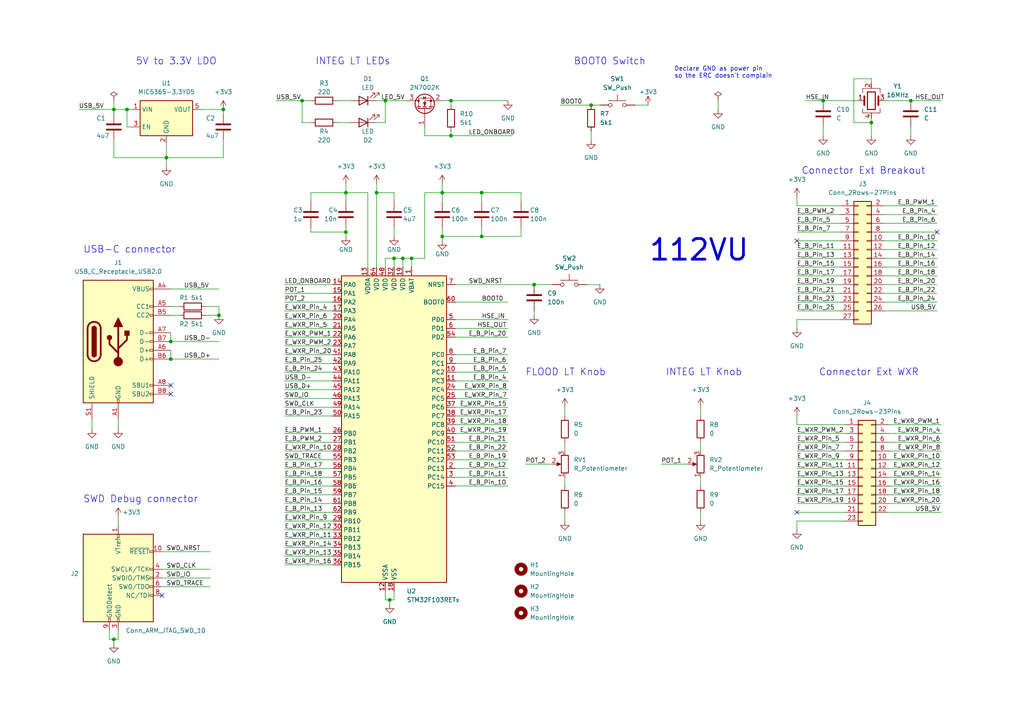
<source format=kicad_sch>
(kicad_sch (version 20230121) (generator eeschema)

  (uuid 5740ca0b-655a-4c19-bd74-b6cca34ce569)

  (paper "A4")

  (title_block
    (title "112VU")
    (date "2024-01-15")
    (rev "0.1")
  )

  

  (junction (at 130.81 39.37) (diameter 0) (color 0 0 0 0)
    (uuid 0ed56c48-81a1-4335-95d1-1f4059e08756)
  )
  (junction (at 111.76 29.21) (diameter 0) (color 0 0 0 0)
    (uuid 17dd96a3-c263-411b-b285-96174f8c4abd)
  )
  (junction (at 33.02 185.42) (diameter 0) (color 0 0 0 0)
    (uuid 1c60d609-5ff7-4dc2-a60e-07e63366d976)
  )
  (junction (at 48.26 45.72) (diameter 0) (color 0 0 0 0)
    (uuid 2b1921ca-aaa2-4822-ba7a-336bdbbaf8ed)
  )
  (junction (at 113.03 173.99) (diameter 0) (color 0 0 0 0)
    (uuid 2dcbfe76-d796-4daf-a127-d5363b09619b)
  )
  (junction (at 130.81 29.21) (diameter 0) (color 0 0 0 0)
    (uuid 336dd99c-9a53-44b2-855c-645394e7cbd0)
  )
  (junction (at 49.53 104.14) (diameter 0) (color 0 0 0 0)
    (uuid 38cfc232-82f1-4b92-a939-cf518d2ace0e)
  )
  (junction (at 100.33 55.88) (diameter 0) (color 0 0 0 0)
    (uuid 42f629bd-caad-4bce-9a81-ca4768db3007)
  )
  (junction (at 87.63 29.21) (diameter 0) (color 0 0 0 0)
    (uuid 49cb2f9a-042b-4c31-a10f-99f0faba34b6)
  )
  (junction (at 128.27 68.58) (diameter 0) (color 0 0 0 0)
    (uuid 4d7035fa-b7d3-4f60-adea-61c88f038586)
  )
  (junction (at 128.27 55.88) (diameter 0) (color 0 0 0 0)
    (uuid 4f902fa3-3669-459c-bc2c-d7ee983e1881)
  )
  (junction (at 116.84 74.93) (diameter 0) (color 0 0 0 0)
    (uuid 5f29704b-0318-45e3-8367-e3233859d109)
  )
  (junction (at 139.7 55.88) (diameter 0) (color 0 0 0 0)
    (uuid 6b127d9a-6cfc-4e3b-90a6-5161ca078476)
  )
  (junction (at 100.33 67.31) (diameter 0) (color 0 0 0 0)
    (uuid 7cd7764e-36cc-46ca-a4d2-c3264a31cbdc)
  )
  (junction (at 114.3 74.93) (diameter 0) (color 0 0 0 0)
    (uuid 7e3d4d64-3133-4ce4-926f-4031f6f437bf)
  )
  (junction (at 49.53 99.06) (diameter 0) (color 0 0 0 0)
    (uuid 80b78d67-5a4b-4239-a6f9-9190a5d355c7)
  )
  (junction (at 264.16 29.21) (diameter 0) (color 0 0 0 0)
    (uuid 92fdf9fa-8bd9-4df6-8a1b-a85a69af6728)
  )
  (junction (at 139.7 68.58) (diameter 0) (color 0 0 0 0)
    (uuid 9b63773c-1c61-42c8-b559-cb3b72b84658)
  )
  (junction (at 64.77 31.75) (diameter 0) (color 0 0 0 0)
    (uuid a06a4f8a-c415-43dc-b206-90f090ee7299)
  )
  (junction (at 63.5 91.44) (diameter 0) (color 0 0 0 0)
    (uuid a15928d8-4854-48bc-b6b9-4cd713d7b736)
  )
  (junction (at 109.22 55.88) (diameter 0) (color 0 0 0 0)
    (uuid a8bd4085-dd3e-40b8-a542-d0fe6a1d7788)
  )
  (junction (at 238.76 29.21) (diameter 0) (color 0 0 0 0)
    (uuid affe691f-1bdc-435c-8c85-0ecbd2c20f8e)
  )
  (junction (at 33.02 31.75) (diameter 0) (color 0 0 0 0)
    (uuid bbd3779f-e8a7-4198-86fd-95e1eb6bb2bd)
  )
  (junction (at 154.94 82.55) (diameter 0) (color 0 0 0 0)
    (uuid c155270a-fbd6-4fa3-a7b8-3f50564b2c54)
  )
  (junction (at 171.45 30.48) (diameter 0) (color 0 0 0 0)
    (uuid cd86bbd4-80d0-4700-ae73-987f34bcfeeb)
  )
  (junction (at 119.38 74.93) (diameter 0) (color 0 0 0 0)
    (uuid d7425343-d0b1-4493-8a3a-2d18e4f57a0f)
  )
  (junction (at 36.83 31.75) (diameter 0) (color 0 0 0 0)
    (uuid f5bbedea-bb19-475d-929b-c2414a704bca)
  )
  (junction (at 252.73 35.56) (diameter 0) (color 0 0 0 0)
    (uuid fb11841a-c952-4faa-bf14-cc379b950e82)
  )

  (no_connect (at 231.14 69.85) (uuid 196e6fe4-d168-4f96-a85f-ec9db5ea743d))
  (no_connect (at 231.14 148.59) (uuid 36d9693a-3970-4d1a-97c0-e33f9f1a23b4))
  (no_connect (at 49.53 111.76) (uuid 7e52c791-279f-4bf1-af21-d9a95d7156bb))
  (no_connect (at 46.99 172.72) (uuid d5c9b446-c56a-4aec-abce-7eea89857564))
  (no_connect (at 49.53 114.3) (uuid de059341-76dd-4323-a7fc-4a8e07e018d0))
  (no_connect (at 271.78 67.31) (uuid df944613-0d19-4229-a134-073f2c32372c))

  (wire (pts (xy 109.22 35.56) (xy 111.76 35.56))
    (stroke (width 0) (type default))
    (uuid 000f3c30-d2db-4552-8864-58880818cd3d)
  )
  (wire (pts (xy 116.84 74.93) (xy 119.38 74.93))
    (stroke (width 0) (type default))
    (uuid 013fb74b-3b70-411b-b67d-2c95da60f035)
  )
  (wire (pts (xy 256.54 69.85) (xy 271.78 69.85))
    (stroke (width 0) (type default))
    (uuid 031fe79c-6cb6-44de-aa72-5594e8bf2520)
  )
  (wire (pts (xy 203.2 148.59) (xy 203.2 151.13))
    (stroke (width 0) (type default))
    (uuid 0463d66f-3282-4aed-be9f-6e72070b1dd1)
  )
  (wire (pts (xy 128.27 55.88) (xy 139.7 55.88))
    (stroke (width 0) (type default))
    (uuid 04847588-42d6-4ccf-b25e-ffe49c8ebb1c)
  )
  (wire (pts (xy 238.76 36.83) (xy 238.76 39.37))
    (stroke (width 0) (type default))
    (uuid 060e10b8-4e30-461e-8f36-50eb5e16a300)
  )
  (wire (pts (xy 132.08 105.41) (xy 147.32 105.41))
    (stroke (width 0) (type default))
    (uuid 08960750-8fff-4680-92f7-e883b4f1f556)
  )
  (wire (pts (xy 82.55 135.89) (xy 96.52 135.89))
    (stroke (width 0) (type default))
    (uuid 0c29b7a6-eb65-4a8c-b6c8-77fadb9197d6)
  )
  (wire (pts (xy 123.19 39.37) (xy 130.81 39.37))
    (stroke (width 0) (type default))
    (uuid 0ce07208-3281-4298-96f0-47fc35add194)
  )
  (wire (pts (xy 46.99 160.02) (xy 60.96 160.02))
    (stroke (width 0) (type default))
    (uuid 0de6fa0e-bcfd-4405-9a32-2aa7d7605898)
  )
  (wire (pts (xy 82.55 125.73) (xy 96.52 125.73))
    (stroke (width 0) (type default))
    (uuid 0e9adbe9-3fe7-440c-804d-7c61090db9e1)
  )
  (wire (pts (xy 82.55 153.67) (xy 96.52 153.67))
    (stroke (width 0) (type default))
    (uuid 0ea582f6-0a9d-495e-a23b-1fb36f65c7f9)
  )
  (wire (pts (xy 82.55 143.51) (xy 96.52 143.51))
    (stroke (width 0) (type default))
    (uuid 0ef083e0-8845-4bfe-9b50-d16a41e2529c)
  )
  (wire (pts (xy 257.81 125.73) (xy 273.05 125.73))
    (stroke (width 0) (type default))
    (uuid 0fc254ad-7c29-409a-a387-9a1a8fe616ae)
  )
  (wire (pts (xy 128.27 66.04) (xy 128.27 68.58))
    (stroke (width 0) (type default))
    (uuid 10050359-6c5b-4d95-bd60-17b1b97c0e36)
  )
  (wire (pts (xy 114.3 55.88) (xy 114.3 58.42))
    (stroke (width 0) (type default))
    (uuid 1096ab1b-41d8-46da-8912-9f3ba07f8f9b)
  )
  (wire (pts (xy 82.55 95.25) (xy 96.52 95.25))
    (stroke (width 0) (type default))
    (uuid 10efa3f2-df42-4111-b123-4539607ab2b7)
  )
  (wire (pts (xy 132.08 118.11) (xy 147.32 118.11))
    (stroke (width 0) (type default))
    (uuid 11040791-0875-492e-8705-a753fe59a812)
  )
  (wire (pts (xy 33.02 185.42) (xy 33.02 186.69))
    (stroke (width 0) (type default))
    (uuid 11c1a1a1-6e3a-4bcc-9368-5f85763dd2d7)
  )
  (wire (pts (xy 33.02 31.75) (xy 36.83 31.75))
    (stroke (width 0) (type default))
    (uuid 12e0e279-ded3-4a3c-abbe-206edf1f6a0c)
  )
  (wire (pts (xy 231.14 69.85) (xy 243.84 69.85))
    (stroke (width 0) (type default))
    (uuid 13243fec-010d-4bd4-bd89-21f9efbeb84a)
  )
  (wire (pts (xy 231.14 64.77) (xy 243.84 64.77))
    (stroke (width 0) (type default))
    (uuid 133b4311-c7f5-4af2-8bb6-8ec5cd75a6f3)
  )
  (wire (pts (xy 31.75 182.88) (xy 31.75 185.42))
    (stroke (width 0) (type default))
    (uuid 156ae0d1-f1c6-4eba-a8b0-adcedee7fe2c)
  )
  (wire (pts (xy 109.22 29.21) (xy 111.76 29.21))
    (stroke (width 0) (type default))
    (uuid 15ecf47d-089b-435b-a76b-ec8f624d0888)
  )
  (wire (pts (xy 123.19 36.83) (xy 123.19 39.37))
    (stroke (width 0) (type default))
    (uuid 1609296a-5640-4983-84d0-9acaa9c89843)
  )
  (wire (pts (xy 139.7 66.04) (xy 139.7 68.58))
    (stroke (width 0) (type default))
    (uuid 172bb47f-0037-4844-9a9b-51b9e12fd496)
  )
  (wire (pts (xy 114.3 66.04) (xy 114.3 68.58))
    (stroke (width 0) (type default))
    (uuid 17da7ac7-9940-4d33-b3c8-8aa70c7ca9ae)
  )
  (wire (pts (xy 100.33 53.34) (xy 100.33 55.88))
    (stroke (width 0) (type default))
    (uuid 190739b9-e921-4a1b-9d67-4f1ce53b3de1)
  )
  (wire (pts (xy 264.16 36.83) (xy 264.16 39.37))
    (stroke (width 0) (type default))
    (uuid 1c43a984-117c-4f04-a812-e06535f4c5d9)
  )
  (wire (pts (xy 46.99 165.1) (xy 60.96 165.1))
    (stroke (width 0) (type default))
    (uuid 1fec02f9-be0f-49be-823d-e9eafad81b29)
  )
  (wire (pts (xy 243.84 59.69) (xy 231.14 59.69))
    (stroke (width 0) (type default))
    (uuid 1ff32272-b4a0-46f6-882e-b6845af06ec9)
  )
  (wire (pts (xy 132.08 107.95) (xy 147.32 107.95))
    (stroke (width 0) (type default))
    (uuid 217e16a5-0ace-4bca-bbae-5b06520e4127)
  )
  (wire (pts (xy 231.14 82.55) (xy 243.84 82.55))
    (stroke (width 0) (type default))
    (uuid 223b2aad-05c4-4155-a521-2918f765a64a)
  )
  (wire (pts (xy 257.81 133.35) (xy 273.05 133.35))
    (stroke (width 0) (type default))
    (uuid 22bd623c-de04-4d6c-b5de-88c1b9bc30dc)
  )
  (wire (pts (xy 132.08 115.57) (xy 147.32 115.57))
    (stroke (width 0) (type default))
    (uuid 23351827-82ed-4f5f-96ce-180325481ad7)
  )
  (wire (pts (xy 48.26 41.91) (xy 48.26 45.72))
    (stroke (width 0) (type default))
    (uuid 23fc5e79-c876-43a1-81f6-a3c4faec6e77)
  )
  (wire (pts (xy 82.55 140.97) (xy 96.52 140.97))
    (stroke (width 0) (type default))
    (uuid 27a472ac-f10e-4972-9358-e8a84ef67b01)
  )
  (wire (pts (xy 257.81 130.81) (xy 273.05 130.81))
    (stroke (width 0) (type default))
    (uuid 299673da-939d-4021-9882-d4f1260776c6)
  )
  (wire (pts (xy 252.73 22.86) (xy 247.65 22.86))
    (stroke (width 0) (type default))
    (uuid 2a9ba7a0-8eaf-4448-9c19-2ae556d2a337)
  )
  (wire (pts (xy 113.03 173.99) (xy 113.03 175.26))
    (stroke (width 0) (type default))
    (uuid 2ac958ed-6ccb-4d2c-80c8-5d730be8c1a2)
  )
  (wire (pts (xy 256.54 82.55) (xy 271.78 82.55))
    (stroke (width 0) (type default))
    (uuid 2badd1b7-1c79-40a4-9d69-9e9b7db0a1bc)
  )
  (wire (pts (xy 231.14 151.13) (xy 245.11 151.13))
    (stroke (width 0) (type default))
    (uuid 2c22f1b9-3970-414e-b2f4-a2b9a405e482)
  )
  (wire (pts (xy 132.08 128.27) (xy 147.32 128.27))
    (stroke (width 0) (type default))
    (uuid 2cabd486-acdd-4659-8814-5a5df849c962)
  )
  (wire (pts (xy 231.14 90.17) (xy 243.84 90.17))
    (stroke (width 0) (type default))
    (uuid 2d116af4-8286-46cf-8ed0-a3060c897ba9)
  )
  (wire (pts (xy 59.69 91.44) (xy 63.5 91.44))
    (stroke (width 0) (type default))
    (uuid 2d3b6166-9244-425b-a981-a4aa007e5ca2)
  )
  (wire (pts (xy 90.17 58.42) (xy 90.17 55.88))
    (stroke (width 0) (type default))
    (uuid 2d44685b-e02e-4177-9d31-d2d8cc237d92)
  )
  (wire (pts (xy 231.14 74.93) (xy 243.84 74.93))
    (stroke (width 0) (type default))
    (uuid 2d680f5b-3b33-482f-bcad-751ae84dc5c8)
  )
  (wire (pts (xy 97.79 29.21) (xy 101.6 29.21))
    (stroke (width 0) (type default))
    (uuid 2f13497b-4181-46ef-8d0d-badc8e4372e9)
  )
  (wire (pts (xy 82.55 120.65) (xy 96.52 120.65))
    (stroke (width 0) (type default))
    (uuid 2f1b32d1-b651-4292-87ce-5c89bfb6d012)
  )
  (wire (pts (xy 132.08 92.71) (xy 147.32 92.71))
    (stroke (width 0) (type default))
    (uuid 30aa99ea-6a05-4d46-ba9b-2ab146a5806d)
  )
  (wire (pts (xy 82.55 128.27) (xy 96.52 128.27))
    (stroke (width 0) (type default))
    (uuid 30e5cf48-273c-4f32-9cdd-d6154f31c5cb)
  )
  (wire (pts (xy 256.54 29.21) (xy 264.16 29.21))
    (stroke (width 0) (type default))
    (uuid 32fa1ea4-f590-4232-805b-f9e63fc3d051)
  )
  (wire (pts (xy 231.14 128.27) (xy 245.11 128.27))
    (stroke (width 0) (type default))
    (uuid 3371feb1-8598-4157-aad6-46ad00e177e8)
  )
  (wire (pts (xy 231.14 77.47) (xy 243.84 77.47))
    (stroke (width 0) (type default))
    (uuid 36b20240-03f2-4274-b1e0-813d48fac8ba)
  )
  (wire (pts (xy 257.81 143.51) (xy 273.05 143.51))
    (stroke (width 0) (type default))
    (uuid 36b7eac1-0e42-4f59-a373-282ea4823cdf)
  )
  (wire (pts (xy 59.69 88.9) (xy 63.5 88.9))
    (stroke (width 0) (type default))
    (uuid 38edcb7f-f3ff-4204-bf25-e49fbbf5c751)
  )
  (wire (pts (xy 256.54 87.63) (xy 271.78 87.63))
    (stroke (width 0) (type default))
    (uuid 3afc3492-5657-4412-acb5-912b73eac894)
  )
  (wire (pts (xy 106.68 55.88) (xy 100.33 55.88))
    (stroke (width 0) (type default))
    (uuid 3ce25f19-dd47-4b75-b294-47131bdac816)
  )
  (wire (pts (xy 90.17 55.88) (xy 100.33 55.88))
    (stroke (width 0) (type default))
    (uuid 3cecd9e4-1dbd-415d-9a30-c188dca3f7d5)
  )
  (wire (pts (xy 203.2 138.43) (xy 203.2 140.97))
    (stroke (width 0) (type default))
    (uuid 3d1a660e-0865-4f35-b88f-c3fd6f539510)
  )
  (wire (pts (xy 34.29 121.92) (xy 34.29 124.46))
    (stroke (width 0) (type default))
    (uuid 3d20c474-823a-4fb5-a8c6-bcc8402bbcdb)
  )
  (wire (pts (xy 257.81 128.27) (xy 273.05 128.27))
    (stroke (width 0) (type default))
    (uuid 3e826027-6dac-4c42-be7b-04c7bb1fc69d)
  )
  (wire (pts (xy 132.08 123.19) (xy 147.32 123.19))
    (stroke (width 0) (type default))
    (uuid 3ead91cc-d710-4665-a7ed-fadb9108c93a)
  )
  (wire (pts (xy 106.68 55.88) (xy 106.68 77.47))
    (stroke (width 0) (type default))
    (uuid 3f1ec9ee-f1bb-4316-a027-a93574520652)
  )
  (wire (pts (xy 132.08 87.63) (xy 147.32 87.63))
    (stroke (width 0) (type default))
    (uuid 410a719c-b38c-4b95-8e72-b6296bfd0097)
  )
  (wire (pts (xy 257.81 146.05) (xy 273.05 146.05))
    (stroke (width 0) (type default))
    (uuid 415bbe1e-b642-4b4f-915b-98d786a16088)
  )
  (wire (pts (xy 82.55 107.95) (xy 96.52 107.95))
    (stroke (width 0) (type default))
    (uuid 41f41795-f978-4530-a575-595191bfc928)
  )
  (wire (pts (xy 203.2 128.27) (xy 203.2 130.81))
    (stroke (width 0) (type default))
    (uuid 4238ec4e-4da9-4362-8bb4-d23dfc45d30a)
  )
  (wire (pts (xy 33.02 31.75) (xy 33.02 33.02))
    (stroke (width 0) (type default))
    (uuid 42b0ae2e-b2e9-432d-9abc-de3c5fe361a6)
  )
  (wire (pts (xy 114.3 74.93) (xy 116.84 74.93))
    (stroke (width 0) (type default))
    (uuid 4363a51d-f381-43ca-b105-45ef52d8ddaa)
  )
  (wire (pts (xy 90.17 67.31) (xy 100.33 67.31))
    (stroke (width 0) (type default))
    (uuid 45264701-2f52-4889-b0f7-633a099ab069)
  )
  (wire (pts (xy 114.3 171.45) (xy 114.3 173.99))
    (stroke (width 0) (type default))
    (uuid 45edc67c-d8d4-4a13-8586-d5c866291a9b)
  )
  (wire (pts (xy 231.14 146.05) (xy 245.11 146.05))
    (stroke (width 0) (type default))
    (uuid 4936c6a1-f790-4016-94bd-7910cf9d3a41)
  )
  (wire (pts (xy 191.77 134.62) (xy 199.39 134.62))
    (stroke (width 0) (type default))
    (uuid 4a4522a4-ff68-4daf-962a-123420667ffc)
  )
  (wire (pts (xy 130.81 39.37) (xy 130.81 38.1))
    (stroke (width 0) (type default))
    (uuid 4d890e05-fd4d-4399-963b-ee944fe7cea9)
  )
  (wire (pts (xy 82.55 82.55) (xy 96.52 82.55))
    (stroke (width 0) (type default))
    (uuid 4eec0bee-50c0-4d9d-8e07-8eadde9e9be5)
  )
  (wire (pts (xy 48.26 45.72) (xy 64.77 45.72))
    (stroke (width 0) (type default))
    (uuid 5069b1d8-f44e-4d57-9ff1-71618293e9d5)
  )
  (wire (pts (xy 132.08 113.03) (xy 147.32 113.03))
    (stroke (width 0) (type default))
    (uuid 5265fffc-31ab-4df2-88c1-fb36bf4eb2ac)
  )
  (wire (pts (xy 31.75 185.42) (xy 33.02 185.42))
    (stroke (width 0) (type default))
    (uuid 536249b9-139e-4933-b1ec-ec2ddc1cf787)
  )
  (wire (pts (xy 162.56 30.48) (xy 171.45 30.48))
    (stroke (width 0) (type default))
    (uuid 53bccdad-ad73-4040-a2f8-a9dc080a3b99)
  )
  (wire (pts (xy 36.83 31.75) (xy 38.1 31.75))
    (stroke (width 0) (type default))
    (uuid 54b4904a-2b1c-4bcf-b507-c0f6e41dc409)
  )
  (wire (pts (xy 82.55 90.17) (xy 96.52 90.17))
    (stroke (width 0) (type default))
    (uuid 55803bf1-d9ec-4561-b9aa-5f1365f79ea5)
  )
  (wire (pts (xy 116.84 74.93) (xy 116.84 77.47))
    (stroke (width 0) (type default))
    (uuid 56a48f74-af5a-4107-84dd-44320a9aae73)
  )
  (wire (pts (xy 49.53 99.06) (xy 63.5 99.06))
    (stroke (width 0) (type default))
    (uuid 586a9b1d-d2a1-4212-9503-0e6eecd6aeb2)
  )
  (wire (pts (xy 257.81 135.89) (xy 273.05 135.89))
    (stroke (width 0) (type default))
    (uuid 58768011-fcdd-404e-84ba-0b63f98bce65)
  )
  (wire (pts (xy 111.76 29.21) (xy 118.11 29.21))
    (stroke (width 0) (type default))
    (uuid 58c47b34-f93e-4291-8e3b-e914ffffd543)
  )
  (wire (pts (xy 264.16 29.21) (xy 273.05 29.21))
    (stroke (width 0) (type default))
    (uuid 5907fa0b-0e70-4f6d-8d6c-7d5e55e0dce8)
  )
  (wire (pts (xy 231.14 140.97) (xy 245.11 140.97))
    (stroke (width 0) (type default))
    (uuid 597e0541-ae0c-4817-bf22-e3d44995672c)
  )
  (wire (pts (xy 256.54 62.23) (xy 271.78 62.23))
    (stroke (width 0) (type default))
    (uuid 59990080-a5a6-42ea-b452-b5e2eb32ec48)
  )
  (wire (pts (xy 33.02 40.64) (xy 33.02 45.72))
    (stroke (width 0) (type default))
    (uuid 5a72b2e7-5be6-4ea8-8a94-1352dfd7ee75)
  )
  (wire (pts (xy 132.08 110.49) (xy 147.32 110.49))
    (stroke (width 0) (type default))
    (uuid 5a8ccbce-76f7-43a3-b99f-251bc7fe054f)
  )
  (wire (pts (xy 132.08 125.73) (xy 147.32 125.73))
    (stroke (width 0) (type default))
    (uuid 5d279d21-5663-4da3-bb22-bcad169a0a89)
  )
  (wire (pts (xy 87.63 29.21) (xy 90.17 29.21))
    (stroke (width 0) (type default))
    (uuid 5d37c896-6ccd-4eb6-b97d-06fd8af25081)
  )
  (wire (pts (xy 256.54 72.39) (xy 271.78 72.39))
    (stroke (width 0) (type default))
    (uuid 608feaaf-fa2e-445a-9504-c8d17c892dfd)
  )
  (wire (pts (xy 58.42 31.75) (xy 64.77 31.75))
    (stroke (width 0) (type default))
    (uuid 617ce0d8-254e-4a35-8d2b-3f40e2a15518)
  )
  (wire (pts (xy 80.01 29.21) (xy 87.63 29.21))
    (stroke (width 0) (type default))
    (uuid 65b1fcb2-b43f-4fcc-acba-b8b1a3962aca)
  )
  (wire (pts (xy 33.02 185.42) (xy 34.29 185.42))
    (stroke (width 0) (type default))
    (uuid 65e6e68e-3a4c-4246-8e55-43ef27c59119)
  )
  (wire (pts (xy 48.26 48.26) (xy 48.26 45.72))
    (stroke (width 0) (type default))
    (uuid 65e9b324-ad31-4bf7-8cb7-fa7b2f0e9c99)
  )
  (wire (pts (xy 139.7 55.88) (xy 139.7 58.42))
    (stroke (width 0) (type default))
    (uuid 67693e21-e324-4f12-8825-7806fb444906)
  )
  (wire (pts (xy 139.7 55.88) (xy 151.13 55.88))
    (stroke (width 0) (type default))
    (uuid 69360a21-105a-43d7-9090-f199ea503c35)
  )
  (wire (pts (xy 82.55 100.33) (xy 96.52 100.33))
    (stroke (width 0) (type default))
    (uuid 6fd8f0bb-1f58-482c-ae28-354d54e2cbac)
  )
  (wire (pts (xy 49.53 104.14) (xy 63.5 104.14))
    (stroke (width 0) (type default))
    (uuid 7090d08e-de33-4a3b-96fb-1e410e5b5a5d)
  )
  (wire (pts (xy 90.17 35.56) (xy 87.63 35.56))
    (stroke (width 0) (type default))
    (uuid 7101862f-c57f-4aa3-af9d-aff543c31789)
  )
  (wire (pts (xy 231.14 143.51) (xy 245.11 143.51))
    (stroke (width 0) (type default))
    (uuid 7219bfcf-349d-4d8b-9553-b1e2dcd0bab2)
  )
  (wire (pts (xy 231.14 120.65) (xy 231.14 123.19))
    (stroke (width 0) (type default))
    (uuid 73a8253f-8f70-427a-b3d3-e7a6b08c2a5d)
  )
  (wire (pts (xy 231.14 130.81) (xy 245.11 130.81))
    (stroke (width 0) (type default))
    (uuid 73ec6d6f-2733-4cc4-8683-50ea407b3164)
  )
  (wire (pts (xy 154.94 82.55) (xy 160.02 82.55))
    (stroke (width 0) (type default))
    (uuid 741fe4cd-926b-4a29-84f1-ccdd0ba31c2a)
  )
  (wire (pts (xy 231.14 151.13) (xy 231.14 153.67))
    (stroke (width 0) (type default))
    (uuid 747b5248-8301-4e1b-b55a-56e84d6eee07)
  )
  (wire (pts (xy 151.13 66.04) (xy 151.13 68.58))
    (stroke (width 0) (type default))
    (uuid 74b5d195-dec1-40be-bdb2-5074d95fca64)
  )
  (wire (pts (xy 132.08 130.81) (xy 147.32 130.81))
    (stroke (width 0) (type default))
    (uuid 75128cf9-d6b9-4888-9486-5947d3293a2b)
  )
  (wire (pts (xy 100.33 68.58) (xy 100.33 67.31))
    (stroke (width 0) (type default))
    (uuid 772b8a54-171c-44c3-a551-6db6ef841204)
  )
  (wire (pts (xy 111.76 171.45) (xy 111.76 173.99))
    (stroke (width 0) (type default))
    (uuid 79388906-8a9b-4e98-9e6d-540af7d14b09)
  )
  (wire (pts (xy 63.5 88.9) (xy 63.5 91.44))
    (stroke (width 0) (type default))
    (uuid 7a98c6ca-86ea-4c9c-81e5-9fb7096c121c)
  )
  (wire (pts (xy 203.2 118.11) (xy 203.2 120.65))
    (stroke (width 0) (type default))
    (uuid 7c72ecde-63ef-4ef8-975a-20557e9b6d92)
  )
  (wire (pts (xy 111.76 74.93) (xy 114.3 74.93))
    (stroke (width 0) (type default))
    (uuid 7d56d791-cc7c-458b-bb36-915452050d31)
  )
  (wire (pts (xy 252.73 24.13) (xy 252.73 22.86))
    (stroke (width 0) (type default))
    (uuid 7e1a8fe5-c113-480b-98be-281a71bf8f43)
  )
  (wire (pts (xy 114.3 173.99) (xy 113.03 173.99))
    (stroke (width 0) (type default))
    (uuid 803f7d38-5a52-4850-a8b5-49aedfadde54)
  )
  (wire (pts (xy 151.13 58.42) (xy 151.13 55.88))
    (stroke (width 0) (type default))
    (uuid 820d98e4-3612-4faf-a029-644f9811c28e)
  )
  (wire (pts (xy 82.55 146.05) (xy 96.52 146.05))
    (stroke (width 0) (type default))
    (uuid 8248fdde-8cf6-4e91-9d94-040c2e0a99de)
  )
  (wire (pts (xy 256.54 80.01) (xy 271.78 80.01))
    (stroke (width 0) (type default))
    (uuid 824e78be-801d-461c-8672-dc59d08534fb)
  )
  (wire (pts (xy 82.55 133.35) (xy 96.52 133.35))
    (stroke (width 0) (type default))
    (uuid 82d79044-4cac-4c1a-8fbe-139954239921)
  )
  (wire (pts (xy 256.54 85.09) (xy 271.78 85.09))
    (stroke (width 0) (type default))
    (uuid 833d2c33-1022-4802-8b1a-31fd8ebff9a8)
  )
  (wire (pts (xy 231.14 133.35) (xy 245.11 133.35))
    (stroke (width 0) (type default))
    (uuid 83ba98b4-689c-42bf-ab2a-05ea9321baf2)
  )
  (wire (pts (xy 132.08 133.35) (xy 147.32 133.35))
    (stroke (width 0) (type default))
    (uuid 83fa09f0-eeb6-45ab-b76c-3983d74e28c7)
  )
  (wire (pts (xy 82.55 102.87) (xy 96.52 102.87))
    (stroke (width 0) (type default))
    (uuid 86bc5b74-a4b5-450f-86b4-c4703a81f9e8)
  )
  (wire (pts (xy 231.14 138.43) (xy 245.11 138.43))
    (stroke (width 0) (type default))
    (uuid 875af2e2-3011-49ef-9cf1-3b8d1aa6a558)
  )
  (wire (pts (xy 100.33 55.88) (xy 100.33 58.42))
    (stroke (width 0) (type default))
    (uuid 875dcde3-d9b1-4261-b2ff-4d8621bb8b93)
  )
  (wire (pts (xy 231.14 87.63) (xy 243.84 87.63))
    (stroke (width 0) (type default))
    (uuid 87b458c3-444e-48bd-9c1d-1ce0826eceeb)
  )
  (wire (pts (xy 82.55 151.13) (xy 96.52 151.13))
    (stroke (width 0) (type default))
    (uuid 88a50611-570f-4953-b80c-f4a27d1d97fb)
  )
  (wire (pts (xy 231.14 135.89) (xy 245.11 135.89))
    (stroke (width 0) (type default))
    (uuid 895839e6-bcaf-4bed-84a5-63c5c001abed)
  )
  (wire (pts (xy 132.08 95.25) (xy 147.32 95.25))
    (stroke (width 0) (type default))
    (uuid 89e0a0ee-23eb-46db-9def-3bf9dc353f79)
  )
  (wire (pts (xy 256.54 74.93) (xy 271.78 74.93))
    (stroke (width 0) (type default))
    (uuid 8a27ba5a-2b44-46e6-9194-44c1ea9ca755)
  )
  (wire (pts (xy 82.55 85.09) (xy 96.52 85.09))
    (stroke (width 0) (type default))
    (uuid 8a2c5a05-02a9-4f72-a99a-9052c178574f)
  )
  (wire (pts (xy 33.02 45.72) (xy 48.26 45.72))
    (stroke (width 0) (type default))
    (uuid 8a2ed03c-01db-442d-ab41-f2989ed4129c)
  )
  (wire (pts (xy 26.67 121.92) (xy 26.67 124.46))
    (stroke (width 0) (type default))
    (uuid 8a99a176-4173-4611-a12a-f7950ec44274)
  )
  (wire (pts (xy 247.65 22.86) (xy 247.65 35.56))
    (stroke (width 0) (type default))
    (uuid 8a9c972a-6298-4e80-934b-fa45c02afc70)
  )
  (wire (pts (xy 256.54 67.31) (xy 271.78 67.31))
    (stroke (width 0) (type default))
    (uuid 8bf2fa1a-68c5-40cf-8cf9-f76ca9f8dad0)
  )
  (wire (pts (xy 49.53 91.44) (xy 52.07 91.44))
    (stroke (width 0) (type default))
    (uuid 8c74f273-8b7e-4ca2-81e8-7901219371e0)
  )
  (wire (pts (xy 170.18 82.55) (xy 173.99 82.55))
    (stroke (width 0) (type default))
    (uuid 8c885c0c-31c4-4200-802f-7e61d879f245)
  )
  (wire (pts (xy 82.55 158.75) (xy 96.52 158.75))
    (stroke (width 0) (type default))
    (uuid 8ce17427-3ffa-43d3-9639-d68a991fe58e)
  )
  (wire (pts (xy 111.76 29.21) (xy 111.76 35.56))
    (stroke (width 0) (type default))
    (uuid 8d2b4c80-6992-45f2-86c4-a0d67b7cb13a)
  )
  (wire (pts (xy 231.14 57.15) (xy 231.14 59.69))
    (stroke (width 0) (type default))
    (uuid 8d5de446-8ea0-4e2c-88cb-515e9930840d)
  )
  (wire (pts (xy 64.77 40.64) (xy 64.77 45.72))
    (stroke (width 0) (type default))
    (uuid 8dd4ecfb-1365-4fa9-95ee-596aaef991f9)
  )
  (wire (pts (xy 100.33 66.04) (xy 100.33 67.31))
    (stroke (width 0) (type default))
    (uuid 8fa94511-37ed-4cdf-ae80-ad28560ba829)
  )
  (wire (pts (xy 257.81 123.19) (xy 273.05 123.19))
    (stroke (width 0) (type default))
    (uuid 9042c39c-7f3c-48c8-aa43-ed5f6324b714)
  )
  (wire (pts (xy 109.22 55.88) (xy 109.22 77.47))
    (stroke (width 0) (type default))
    (uuid 9118a413-570e-456d-8544-5ad51bdedb93)
  )
  (wire (pts (xy 82.55 97.79) (xy 96.52 97.79))
    (stroke (width 0) (type default))
    (uuid 95b109bf-ad2b-41a1-8ef3-f7b1f141e0c8)
  )
  (wire (pts (xy 247.65 35.56) (xy 252.73 35.56))
    (stroke (width 0) (type default))
    (uuid 96fc5858-63dd-49a8-b576-bcb09045a011)
  )
  (wire (pts (xy 82.55 113.03) (xy 96.52 113.03))
    (stroke (width 0) (type default))
    (uuid 973c4ad4-b1f5-4df9-8386-815adf02b00d)
  )
  (wire (pts (xy 132.08 97.79) (xy 147.32 97.79))
    (stroke (width 0) (type default))
    (uuid 9765c0ad-c9b5-45c4-8707-c5f5c5d4c109)
  )
  (wire (pts (xy 256.54 77.47) (xy 271.78 77.47))
    (stroke (width 0) (type default))
    (uuid 9773d962-e428-4d77-8182-2107c0b10c1e)
  )
  (wire (pts (xy 82.55 118.11) (xy 96.52 118.11))
    (stroke (width 0) (type default))
    (uuid 97b0a11a-842a-4306-addf-07605f0abe5e)
  )
  (wire (pts (xy 231.14 80.01) (xy 243.84 80.01))
    (stroke (width 0) (type default))
    (uuid 9ae34e4e-7b0b-4b05-a8c3-83634817b0b0)
  )
  (wire (pts (xy 123.19 74.93) (xy 119.38 74.93))
    (stroke (width 0) (type default))
    (uuid 9c1389ee-d1ac-4160-a071-ae9bc87d0207)
  )
  (wire (pts (xy 36.83 31.75) (xy 36.83 36.83))
    (stroke (width 0) (type default))
    (uuid 9dec89b7-c224-4aa2-9bf9-b10938e96d26)
  )
  (wire (pts (xy 257.81 138.43) (xy 273.05 138.43))
    (stroke (width 0) (type default))
    (uuid 9e4086da-7dba-48b9-865a-6daee9bba9fa)
  )
  (wire (pts (xy 139.7 68.58) (xy 128.27 68.58))
    (stroke (width 0) (type default))
    (uuid a00cf6c7-48b6-499b-81e4-ea9bbe9d2e84)
  )
  (wire (pts (xy 257.81 140.97) (xy 273.05 140.97))
    (stroke (width 0) (type default))
    (uuid a0cac51b-3f4f-4f47-a98c-7d06e17e1ff3)
  )
  (wire (pts (xy 49.53 83.82) (xy 63.5 83.82))
    (stroke (width 0) (type default))
    (uuid a2588a20-b6e1-49e7-860b-aa2319f68eff)
  )
  (wire (pts (xy 256.54 59.69) (xy 271.78 59.69))
    (stroke (width 0) (type default))
    (uuid a2e9c4bd-bb42-42d0-a00e-0163ec9a9fd3)
  )
  (wire (pts (xy 128.27 53.34) (xy 128.27 55.88))
    (stroke (width 0) (type default))
    (uuid a2fd1a21-2bdd-436d-a848-15dd58af18e8)
  )
  (wire (pts (xy 231.14 72.39) (xy 243.84 72.39))
    (stroke (width 0) (type default))
    (uuid a3657415-e888-4ac5-92cb-b7f31a19d987)
  )
  (wire (pts (xy 163.83 118.11) (xy 163.83 120.65))
    (stroke (width 0) (type default))
    (uuid a5f801e1-bf14-4d39-9a86-026faa48d36c)
  )
  (wire (pts (xy 132.08 135.89) (xy 147.32 135.89))
    (stroke (width 0) (type default))
    (uuid a692649b-0fe6-45b3-9067-990686a6b0ae)
  )
  (wire (pts (xy 97.79 35.56) (xy 101.6 35.56))
    (stroke (width 0) (type default))
    (uuid a70ce733-9cba-408d-b091-a4730dfaa74a)
  )
  (wire (pts (xy 132.08 120.65) (xy 147.32 120.65))
    (stroke (width 0) (type default))
    (uuid a70e97d9-36a3-4410-a80a-2412c19f173a)
  )
  (wire (pts (xy 231.14 67.31) (xy 243.84 67.31))
    (stroke (width 0) (type default))
    (uuid a9e936fd-3ba9-42fb-8ae3-eeee5a815792)
  )
  (wire (pts (xy 252.73 35.56) (xy 252.73 39.37))
    (stroke (width 0) (type default))
    (uuid aae282ba-9e54-42f3-95d2-ef87502cb378)
  )
  (wire (pts (xy 184.15 30.48) (xy 187.96 30.48))
    (stroke (width 0) (type default))
    (uuid ab204cc0-37c6-468c-b8bc-7071480c2794)
  )
  (wire (pts (xy 82.55 156.21) (xy 96.52 156.21))
    (stroke (width 0) (type default))
    (uuid ac1b4d2a-4735-4685-8dd7-4dfcf15f0f2d)
  )
  (wire (pts (xy 90.17 66.04) (xy 90.17 67.31))
    (stroke (width 0) (type default))
    (uuid ac5d5909-c690-42fa-b195-c25b5c9bcd39)
  )
  (wire (pts (xy 82.55 138.43) (xy 96.52 138.43))
    (stroke (width 0) (type default))
    (uuid ad5af50b-de14-4aef-99cf-9c6a9090d89f)
  )
  (wire (pts (xy 163.83 128.27) (xy 163.83 130.81))
    (stroke (width 0) (type default))
    (uuid b1e522d1-54ef-4188-ab60-62b1ba5e6f33)
  )
  (wire (pts (xy 233.68 29.21) (xy 238.76 29.21))
    (stroke (width 0) (type default))
    (uuid b26ee8f7-dd4b-46ad-88a5-4abb8eb3c891)
  )
  (wire (pts (xy 238.76 29.21) (xy 248.92 29.21))
    (stroke (width 0) (type default))
    (uuid b2d1126c-00d9-4148-bc6e-8cf31fc07554)
  )
  (wire (pts (xy 130.81 29.21) (xy 130.81 30.48))
    (stroke (width 0) (type default))
    (uuid b4e2276c-01ac-4579-90fa-c69c90048c22)
  )
  (wire (pts (xy 128.27 58.42) (xy 128.27 55.88))
    (stroke (width 0) (type default))
    (uuid b598e7ba-dbfc-4d15-8685-aa38a769097f)
  )
  (wire (pts (xy 252.73 34.29) (xy 252.73 35.56))
    (stroke (width 0) (type default))
    (uuid b670967e-1494-44bd-af11-1a2c574eea93)
  )
  (wire (pts (xy 243.84 92.71) (xy 231.14 92.71))
    (stroke (width 0) (type default))
    (uuid b85c2e28-cb91-43f8-bc25-e1c3fe9e5ca1)
  )
  (wire (pts (xy 87.63 35.56) (xy 87.63 29.21))
    (stroke (width 0) (type default))
    (uuid b8aa2c76-7704-4d5d-9cdb-6ab39f6708b9)
  )
  (wire (pts (xy 139.7 68.58) (xy 151.13 68.58))
    (stroke (width 0) (type default))
    (uuid bbdce7f2-1736-4e39-ad75-babc98c65ddc)
  )
  (wire (pts (xy 231.14 92.71) (xy 231.14 95.25))
    (stroke (width 0) (type default))
    (uuid bc9f10bf-ab4d-4c06-bad2-b7d1e58f37aa)
  )
  (wire (pts (xy 46.99 170.18) (xy 60.96 170.18))
    (stroke (width 0) (type default))
    (uuid bfac506f-e1a6-4622-a607-d985153c1aa6)
  )
  (wire (pts (xy 82.55 148.59) (xy 96.52 148.59))
    (stroke (width 0) (type default))
    (uuid c08f800c-56a9-424c-a9a8-de13a96a8c0b)
  )
  (wire (pts (xy 33.02 29.21) (xy 33.02 31.75))
    (stroke (width 0) (type default))
    (uuid c176c484-7ac3-4357-88c2-a080bedd0d34)
  )
  (wire (pts (xy 128.27 55.88) (xy 123.19 55.88))
    (stroke (width 0) (type default))
    (uuid c6307afa-3f46-40e9-820a-a0d1d4fe0962)
  )
  (wire (pts (xy 132.08 140.97) (xy 147.32 140.97))
    (stroke (width 0) (type default))
    (uuid c80c178e-9363-4569-9112-69b769383390)
  )
  (wire (pts (xy 64.77 31.75) (xy 64.77 33.02))
    (stroke (width 0) (type default))
    (uuid c8e0fe5f-bc49-458e-99e2-e546638ed0aa)
  )
  (wire (pts (xy 82.55 92.71) (xy 96.52 92.71))
    (stroke (width 0) (type default))
    (uuid c914acef-66f6-433a-b06e-10005b57de3d)
  )
  (wire (pts (xy 132.08 102.87) (xy 147.32 102.87))
    (stroke (width 0) (type default))
    (uuid cb78f980-117e-4295-ade2-ad0f97ba5137)
  )
  (wire (pts (xy 257.81 148.59) (xy 273.05 148.59))
    (stroke (width 0) (type default))
    (uuid cc4016c5-0022-4177-b4ed-0205fde146e2)
  )
  (wire (pts (xy 154.94 90.17) (xy 154.94 91.44))
    (stroke (width 0) (type default))
    (uuid cc7ec28a-1d01-4242-921c-2d4eabe61a4f)
  )
  (wire (pts (xy 119.38 74.93) (xy 119.38 77.47))
    (stroke (width 0) (type default))
    (uuid cddd9400-0c29-4c15-aec5-cab32fa55507)
  )
  (wire (pts (xy 130.81 39.37) (xy 148.59 39.37))
    (stroke (width 0) (type default))
    (uuid cfb759bf-b2f9-41de-9913-ae6f75e3c947)
  )
  (wire (pts (xy 49.53 101.6) (xy 49.53 104.14))
    (stroke (width 0) (type default))
    (uuid d1ca6074-30e0-4e2f-8751-62359f5a8cff)
  )
  (wire (pts (xy 132.08 82.55) (xy 154.94 82.55))
    (stroke (width 0) (type default))
    (uuid d1e60619-9df3-4a2e-bf5e-043c7294764f)
  )
  (wire (pts (xy 34.29 149.86) (xy 34.29 152.4))
    (stroke (width 0) (type default))
    (uuid d271fe32-8888-45e6-969b-5001f0093860)
  )
  (wire (pts (xy 163.83 138.43) (xy 163.83 140.97))
    (stroke (width 0) (type default))
    (uuid d3c90db5-98ba-4334-b5f1-7b92b77d787e)
  )
  (wire (pts (xy 34.29 182.88) (xy 34.29 185.42))
    (stroke (width 0) (type default))
    (uuid d3d73c7f-77a5-48d7-85d4-7912f3d988c9)
  )
  (wire (pts (xy 123.19 55.88) (xy 123.19 74.93))
    (stroke (width 0) (type default))
    (uuid d48851ac-877a-4a5b-8a63-0ffd5af2fec7)
  )
  (wire (pts (xy 82.55 115.57) (xy 96.52 115.57))
    (stroke (width 0) (type default))
    (uuid d58c218b-e3cd-41db-a20c-2c63b91814a1)
  )
  (wire (pts (xy 171.45 38.1) (xy 171.45 40.64))
    (stroke (width 0) (type default))
    (uuid d857a029-3bad-4002-9ed0-d6feddece19e)
  )
  (wire (pts (xy 22.86 31.75) (xy 33.02 31.75))
    (stroke (width 0) (type default))
    (uuid d90a896a-c868-4d63-a35b-e867176fdf73)
  )
  (wire (pts (xy 128.27 29.21) (xy 130.81 29.21))
    (stroke (width 0) (type default))
    (uuid d985827e-94f9-4201-860f-ac3355dbec28)
  )
  (wire (pts (xy 231.14 148.59) (xy 245.11 148.59))
    (stroke (width 0) (type default))
    (uuid dced2b5a-788c-4b4a-b8ea-78f8fc95c733)
  )
  (wire (pts (xy 46.99 167.64) (xy 60.96 167.64))
    (stroke (width 0) (type default))
    (uuid de8d426f-2509-4b7c-b6fa-ebd0854923c1)
  )
  (wire (pts (xy 132.08 138.43) (xy 147.32 138.43))
    (stroke (width 0) (type default))
    (uuid e08e04c2-25f0-4745-aad8-e744817bc30c)
  )
  (wire (pts (xy 128.27 68.58) (xy 128.27 69.85))
    (stroke (width 0) (type default))
    (uuid e3055f06-076e-4994-833c-bf47290e6687)
  )
  (wire (pts (xy 82.55 163.83) (xy 96.52 163.83))
    (stroke (width 0) (type default))
    (uuid e31b0eea-5996-4d8a-8c6a-d6b0f79c034e)
  )
  (wire (pts (xy 113.03 173.99) (xy 111.76 173.99))
    (stroke (width 0) (type default))
    (uuid e6471839-40d2-4b20-9eea-92fc5229222c)
  )
  (wire (pts (xy 111.76 77.47) (xy 111.76 74.93))
    (stroke (width 0) (type default))
    (uuid e66d4057-b678-40ff-a1b8-c0f040772caa)
  )
  (wire (pts (xy 49.53 88.9) (xy 52.07 88.9))
    (stroke (width 0) (type default))
    (uuid e68f5d6c-9068-4d1e-b70d-67d758c67d22)
  )
  (wire (pts (xy 114.3 74.93) (xy 114.3 77.47))
    (stroke (width 0) (type default))
    (uuid e6e87f00-0ba5-4fc0-8708-cb520b533b6d)
  )
  (wire (pts (xy 109.22 53.34) (xy 109.22 55.88))
    (stroke (width 0) (type default))
    (uuid e79b5f75-0f3d-460c-bbb2-f1e1ba6d2233)
  )
  (wire (pts (xy 114.3 55.88) (xy 109.22 55.88))
    (stroke (width 0) (type default))
    (uuid e9ff5882-94d5-46e5-978d-fc46faa5f76e)
  )
  (wire (pts (xy 231.14 125.73) (xy 245.11 125.73))
    (stroke (width 0) (type default))
    (uuid eac85228-b86f-4324-a3bd-85a16c52bb5c)
  )
  (wire (pts (xy 152.4 134.62) (xy 160.02 134.62))
    (stroke (width 0) (type default))
    (uuid ebdd0e5f-47be-49c2-aabc-4f34458254cf)
  )
  (wire (pts (xy 163.83 148.59) (xy 163.83 151.13))
    (stroke (width 0) (type default))
    (uuid ebf84a6a-e2af-485c-9787-0d07e9bc7f2d)
  )
  (wire (pts (xy 82.55 105.41) (xy 96.52 105.41))
    (stroke (width 0) (type default))
    (uuid ec3f17c4-1b5e-458b-bf46-9b7cc08db01c)
  )
  (wire (pts (xy 130.81 29.21) (xy 147.32 29.21))
    (stroke (width 0) (type default))
    (uuid ed24f10b-7067-42b5-9abb-96e6bff0bc0b)
  )
  (wire (pts (xy 38.1 36.83) (xy 36.83 36.83))
    (stroke (width 0) (type default))
    (uuid ee9e74b9-a797-498e-ae06-2f5645a7b57d)
  )
  (wire (pts (xy 256.54 90.17) (xy 271.78 90.17))
    (stroke (width 0) (type default))
    (uuid f14d3b63-7658-45ab-864d-ca62ce4bb5f4)
  )
  (wire (pts (xy 82.55 161.29) (xy 96.52 161.29))
    (stroke (width 0) (type default))
    (uuid f2439288-c252-4a56-bf53-ab962dbb8101)
  )
  (wire (pts (xy 208.28 29.21) (xy 208.28 31.75))
    (stroke (width 0) (type default))
    (uuid f492f450-7445-48d8-a2ee-fc2f0e165768)
  )
  (wire (pts (xy 256.54 64.77) (xy 271.78 64.77))
    (stroke (width 0) (type default))
    (uuid f518c24c-06cb-4191-9710-91c75edebf70)
  )
  (wire (pts (xy 82.55 87.63) (xy 96.52 87.63))
    (stroke (width 0) (type default))
    (uuid f5485363-ee56-4e49-b3fc-2896153c6a0d)
  )
  (wire (pts (xy 82.55 110.49) (xy 96.52 110.49))
    (stroke (width 0) (type default))
    (uuid f568153a-fbb2-4d32-a8d3-967e4a1308b8)
  )
  (wire (pts (xy 231.14 123.19) (xy 245.11 123.19))
    (stroke (width 0) (type default))
    (uuid f63ad809-2c85-4250-b106-902d5fd3b9af)
  )
  (wire (pts (xy 231.14 62.23) (xy 243.84 62.23))
    (stroke (width 0) (type default))
    (uuid f6503028-8108-4b82-b386-f4e02470ba64)
  )
  (wire (pts (xy 49.53 96.52) (xy 49.53 99.06))
    (stroke (width 0) (type default))
    (uuid fa3fbbf8-9d7c-4c27-b29b-c7600a68ddb4)
  )
  (wire (pts (xy 231.14 85.09) (xy 243.84 85.09))
    (stroke (width 0) (type default))
    (uuid fcabc11b-4d57-42df-96f5-59d69773d6e6)
  )
  (wire (pts (xy 82.55 130.81) (xy 96.52 130.81))
    (stroke (width 0) (type default))
    (uuid fdd3c67c-f0a6-4867-aa2e-c9fb46c02421)
  )
  (wire (pts (xy 171.45 30.48) (xy 173.99 30.48))
    (stroke (width 0) (type default))
    (uuid fe70f26b-96a9-4dea-8fc2-f89cc33303dd)
  )

  (text "INTEG LT LEDs" (at 91.44 19.05 0)
    (effects (font (size 2 2)) (justify left bottom))
    (uuid 0a1e962e-076b-42f6-a00c-66090194340a)
  )
  (text "Connector Ext Breakout" (at 232.41 50.8 0)
    (effects (font (size 2 2)) (justify left bottom))
    (uuid 1ef8f101-a1c7-49e4-86e3-90068dc36021)
  )
  (text "BOOT0 Switch" (at 166.37 19.05 0)
    (effects (font (size 2 2)) (justify left bottom))
    (uuid 217377f8-d7be-44ec-89da-f941d98e6f5e)
  )
  (text "FLOOD LT Knob" (at 152.4 109.22 0)
    (effects (font (size 2 2)) (justify left bottom))
    (uuid 3cb537d5-1194-485e-bb3f-7802fcb18862)
  )
  (text "INTEG LT Knob" (at 193.04 109.22 0)
    (effects (font (size 2 2)) (justify left bottom))
    (uuid 428f386b-c4b2-4ca2-845b-9e23fb41469e)
  )
  (text "Declare GND as power pin\nso the ERC doesn't complain"
    (at 195.58 22.86 0)
    (effects (font (size 1.27 1.27)) (justify left bottom))
    (uuid 66f626f7-60e0-497d-9d33-d8bde626985e)
  )
  (text "USB-C connector" (at 24.13 73.66 0)
    (effects (font (size 2 2)) (justify left bottom))
    (uuid 73546573-846a-42be-a184-72492a70e48a)
  )
  (text "Connector Ext WXR" (at 237.49 109.22 0)
    (effects (font (size 2 2)) (justify left bottom))
    (uuid 89112b46-8fb3-4090-8c16-2410024d4f51)
  )
  (text "SWD Debug connector" (at 24.13 146.05 0)
    (effects (font (size 2 2)) (justify left bottom))
    (uuid aeb5fad9-a442-4ec1-af74-5842be54467e)
  )
  (text "112VU" (at 187.96 76.2 0)
    (effects (font (size 6 6) (thickness 0.8) bold) (justify left bottom))
    (uuid dad8b56c-3a07-430a-a4c3-8efe21e407f8)
  )
  (text "5V to 3.3V LDO" (at 39.37 19.05 0)
    (effects (font (size 2 2)) (justify left bottom))
    (uuid e020d38a-de30-4d26-9592-7a007cdfd95a)
  )

  (label "E_WXR_Pin_8" (at 134.62 113.03 0) (fields_autoplaced)
    (effects (font (size 1.27 1.27)) (justify left bottom))
    (uuid 0073db43-8d16-4c8c-b06e-ce71ee00075b)
  )
  (label "E_B_PWM_2" (at 82.55 128.27 0) (fields_autoplaced)
    (effects (font (size 1.27 1.27)) (justify left bottom))
    (uuid 019ef954-5fd5-4ddc-b620-69d894b8542a)
  )
  (label "E_B_Pin_25" (at 231.14 90.17 0) (fields_autoplaced)
    (effects (font (size 1.27 1.27)) (justify left bottom))
    (uuid 0229edee-80db-4851-88af-e743c01ef405)
  )
  (label "E_WXR_Pin_12" (at 82.55 153.67 0) (fields_autoplaced)
    (effects (font (size 1.27 1.27)) (justify left bottom))
    (uuid 02c1b82e-ada7-4dbb-bedc-307111e54a79)
  )
  (label "E_B_Pin_7" (at 137.16 102.87 0) (fields_autoplaced)
    (effects (font (size 1.27 1.27)) (justify left bottom))
    (uuid 030b1af6-9787-45f5-8fb6-f56da647aaf2)
  )
  (label "E_B_PWM_1" (at 260.35 59.69 0) (fields_autoplaced)
    (effects (font (size 1.27 1.27)) (justify left bottom))
    (uuid 0325e217-5396-43dd-b87d-9bddb39b074f)
  )
  (label "LED_ONBOARD" (at 135.89 39.37 0) (fields_autoplaced)
    (effects (font (size 1.27 1.27)) (justify left bottom))
    (uuid 05ec2665-52ca-4b00-9c42-8ad85b29d1f3)
  )
  (label "E_WXR_PWM_1" (at 259.08 123.19 0) (fields_autoplaced)
    (effects (font (size 1.27 1.27)) (justify left bottom))
    (uuid 08dfd7d2-33a0-4809-9927-38aafcd1d906)
  )
  (label "E_B_Pin_4" (at 137.16 110.49 0) (fields_autoplaced)
    (effects (font (size 1.27 1.27)) (justify left bottom))
    (uuid 0b7c9e12-7e59-489f-a679-99f2a8e7b39b)
  )
  (label "E_WXR_Pin_9" (at 82.55 151.13 0) (fields_autoplaced)
    (effects (font (size 1.27 1.27)) (justify left bottom))
    (uuid 0f9eeff5-0f40-45cc-9754-b8c94aba65c5)
  )
  (label "E_WXR_Pin_17" (at 231.14 143.51 0) (fields_autoplaced)
    (effects (font (size 1.27 1.27)) (justify left bottom))
    (uuid 101292d7-5858-4a09-ad3a-a82064d867b7)
  )
  (label "E_B_Pin_11" (at 231.14 72.39 0) (fields_autoplaced)
    (effects (font (size 1.27 1.27)) (justify left bottom))
    (uuid 1051860c-5587-4756-96ef-7ab8b55b7ee2)
  )
  (label "USB_D+" (at 82.55 113.03 0) (fields_autoplaced)
    (effects (font (size 1.27 1.27)) (justify left bottom))
    (uuid 1161dc76-0555-4d35-93c3-8c6f37da7dbc)
  )
  (label "E_WXR_Pin_5" (at 231.14 128.27 0) (fields_autoplaced)
    (effects (font (size 1.27 1.27)) (justify left bottom))
    (uuid 116a482f-080b-45ad-91bb-e37457aa84f4)
  )
  (label "USB_5V" (at 264.16 90.17 0) (fields_autoplaced)
    (effects (font (size 1.27 1.27)) (justify left bottom))
    (uuid 12e8b58f-b18e-4b3b-aa0b-106dbc8cdd1e)
  )
  (label "E_WXR_Pin_20" (at 259.08 146.05 0) (fields_autoplaced)
    (effects (font (size 1.27 1.27)) (justify left bottom))
    (uuid 169b2193-a5e8-4555-9d2a-b9788fe78314)
  )
  (label "E_WXR_Pin_18" (at 259.08 143.51 0) (fields_autoplaced)
    (effects (font (size 1.27 1.27)) (justify left bottom))
    (uuid 17a1a866-5ca0-48d5-910e-b42831aaeacc)
  )
  (label "E_WXR_Pin_18" (at 133.35 123.19 0) (fields_autoplaced)
    (effects (font (size 1.27 1.27)) (justify left bottom))
    (uuid 17c779f0-a3e6-4f76-81b4-9788c77ae000)
  )
  (label "E_B_Pin_19" (at 135.89 133.35 0) (fields_autoplaced)
    (effects (font (size 1.27 1.27)) (justify left bottom))
    (uuid 18561ed9-6e4f-4903-8c63-ad4975021a95)
  )
  (label "E_B_Pin_14" (at 82.55 146.05 0) (fields_autoplaced)
    (effects (font (size 1.27 1.27)) (justify left bottom))
    (uuid 1d9088a9-df88-4d14-9f20-1f58a564f256)
  )
  (label "E_WXR_PWM_2" (at 82.55 100.33 0) (fields_autoplaced)
    (effects (font (size 1.27 1.27)) (justify left bottom))
    (uuid 1e38f08b-8a91-479f-acec-148f3398786e)
  )
  (label "E_B_Pin_6" (at 261.62 64.77 0) (fields_autoplaced)
    (effects (font (size 1.27 1.27)) (justify left bottom))
    (uuid 1e69b8ef-d58e-4e4a-8141-058144ffb9c6)
  )
  (label "E_WXR_Pin_10" (at 259.08 133.35 0) (fields_autoplaced)
    (effects (font (size 1.27 1.27)) (justify left bottom))
    (uuid 1f885dd2-ddcb-416c-8d0c-7e90a38c3350)
  )
  (label "E_WXR_Pin_19" (at 133.35 125.73 0) (fields_autoplaced)
    (effects (font (size 1.27 1.27)) (justify left bottom))
    (uuid 208c293c-4e04-4f2f-b45f-c43710be9f83)
  )
  (label "SWD_CLK" (at 82.55 118.11 0) (fields_autoplaced)
    (effects (font (size 1.27 1.27)) (justify left bottom))
    (uuid 22f93126-8858-4e92-97f0-cf93ab491f4d)
  )
  (label "E_WXR_PWM_1" (at 82.55 97.79 0) (fields_autoplaced)
    (effects (font (size 1.27 1.27)) (justify left bottom))
    (uuid 23a54230-cd71-48b0-9697-a0dff3575dcc)
  )
  (label "E_B_Pin_23" (at 231.14 87.63 0) (fields_autoplaced)
    (effects (font (size 1.27 1.27)) (justify left bottom))
    (uuid 2943a762-2794-462a-87bb-32ee9435cf72)
  )
  (label "POT_2" (at 152.4 134.62 0) (fields_autoplaced)
    (effects (font (size 1.27 1.27)) (justify left bottom))
    (uuid 34f1a60b-117f-4ad9-84c9-9f846c7f41b0)
  )
  (label "E_WXR_Pin_4" (at 82.55 90.17 0) (fields_autoplaced)
    (effects (font (size 1.27 1.27)) (justify left bottom))
    (uuid 35a01b93-5ac3-4786-84e5-7b69ee1606db)
  )
  (label "E_WXR_Pin_6" (at 260.35 128.27 0) (fields_autoplaced)
    (effects (font (size 1.27 1.27)) (justify left bottom))
    (uuid 363ff96a-6e9c-4525-a8ad-c0fa1ad545e0)
  )
  (label "E_B_Pin_5" (at 231.14 64.77 0) (fields_autoplaced)
    (effects (font (size 1.27 1.27)) (justify left bottom))
    (uuid 372644d4-a58f-4fba-a2af-238dfec56b52)
  )
  (label "E_WXR_Pin_7" (at 134.62 115.57 0) (fields_autoplaced)
    (effects (font (size 1.27 1.27)) (justify left bottom))
    (uuid 389a95d3-53e8-4497-acfa-3d2c00cc55c9)
  )
  (label "USB_D+" (at 53.34 104.14 0) (fields_autoplaced)
    (effects (font (size 1.27 1.27)) (justify left bottom))
    (uuid 3adb3630-1788-4931-b8b2-8a7dab223eb2)
  )
  (label "E_B_Pin_6" (at 137.16 105.41 0) (fields_autoplaced)
    (effects (font (size 1.27 1.27)) (justify left bottom))
    (uuid 3c1e7991-c50d-416f-a696-bbdf0af5219e)
  )
  (label "E_WXR_Pin_14" (at 82.55 158.75 0) (fields_autoplaced)
    (effects (font (size 1.27 1.27)) (justify left bottom))
    (uuid 3c681766-e4da-4785-94a8-409b05420bf3)
  )
  (label "HSE_IN" (at 233.68 29.21 0) (fields_autoplaced)
    (effects (font (size 1.27 1.27)) (justify left bottom))
    (uuid 438edb37-ba81-4f2f-934f-782f959d589f)
  )
  (label "USB_5V" (at 80.01 29.21 0) (fields_autoplaced)
    (effects (font (size 1.27 1.27)) (justify left bottom))
    (uuid 4a7a4af4-9479-4762-b83d-240178720dba)
  )
  (label "E_WXR_Pin_17" (at 133.35 120.65 0) (fields_autoplaced)
    (effects (font (size 1.27 1.27)) (justify left bottom))
    (uuid 4d45a14e-a63c-411e-bcfb-dd833ee67122)
  )
  (label "E_WXR_Pin_5" (at 82.55 95.25 0) (fields_autoplaced)
    (effects (font (size 1.27 1.27)) (justify left bottom))
    (uuid 4f6d5027-5f7d-4c54-876e-1fe1c61e0dec)
  )
  (label "E_WXR_Pin_15" (at 231.14 140.97 0) (fields_autoplaced)
    (effects (font (size 1.27 1.27)) (justify left bottom))
    (uuid 53738621-4eaf-4462-8ef0-cded5b5a8b0a)
  )
  (label "E_B_Pin_12" (at 135.89 135.89 0) (fields_autoplaced)
    (effects (font (size 1.27 1.27)) (justify left bottom))
    (uuid 56d51cfc-cdf4-4ba8-8fc3-769a2dff18e7)
  )
  (label "E_WXR_Pin_13" (at 82.55 161.29 0) (fields_autoplaced)
    (effects (font (size 1.27 1.27)) (justify left bottom))
    (uuid 591fc23a-1269-4f1a-bdfd-cbbd7a4c7885)
  )
  (label "E_WXR_Pin_15" (at 133.35 118.11 0) (fields_autoplaced)
    (effects (font (size 1.27 1.27)) (justify left bottom))
    (uuid 5a010966-a82a-47bd-81d5-2e37bedd7107)
  )
  (label "LED_ONBOARD" (at 82.55 82.55 0) (fields_autoplaced)
    (effects (font (size 1.27 1.27)) (justify left bottom))
    (uuid 5ad831fb-c6f6-4c47-bfae-c3b09fa5a0b6)
  )
  (label "E_B_Pin_18" (at 260.35 80.01 0) (fields_autoplaced)
    (effects (font (size 1.27 1.27)) (justify left bottom))
    (uuid 5e28fdb3-9cb2-4db5-b649-cc6f2ab14c15)
  )
  (label "HSE_OUT" (at 138.43 95.25 0) (fields_autoplaced)
    (effects (font (size 1.27 1.27)) (justify left bottom))
    (uuid 5f5d2f8e-333c-4cdb-8a3b-5053d8a935cf)
  )
  (label "E_B_Pin_17" (at 82.55 135.89 0) (fields_autoplaced)
    (effects (font (size 1.27 1.27)) (justify left bottom))
    (uuid 637f56f7-4fbf-4832-812e-bd8a6a223945)
  )
  (label "USB_D-" (at 82.55 110.49 0) (fields_autoplaced)
    (effects (font (size 1.27 1.27)) (justify left bottom))
    (uuid 6484e5f8-8321-4d62-baea-7215648a16d7)
  )
  (label "E_B_Pin_15" (at 82.55 143.51 0) (fields_autoplaced)
    (effects (font (size 1.27 1.27)) (justify left bottom))
    (uuid 65b07b59-b104-4a0a-99fa-88cedb30b576)
  )
  (label "E_B_Pin_15" (at 231.14 77.47 0) (fields_autoplaced)
    (effects (font (size 1.27 1.27)) (justify left bottom))
    (uuid 69160fa2-2d52-4c38-8de4-9149579c58ab)
  )
  (label "USB_5V" (at 53.34 83.82 0) (fields_autoplaced)
    (effects (font (size 1.27 1.27)) (justify left bottom))
    (uuid 6b697462-0ea2-4144-866f-1798b815e2d2)
  )
  (label "E_B_Pin_21" (at 135.89 128.27 0) (fields_autoplaced)
    (effects (font (size 1.27 1.27)) (justify left bottom))
    (uuid 6bf4d748-094f-424e-aa33-74a887519c4e)
  )
  (label "E_WXR_Pin_16" (at 259.08 140.97 0) (fields_autoplaced)
    (effects (font (size 1.27 1.27)) (justify left bottom))
    (uuid 6cec1628-c7c5-4448-a32d-6fbc8b4e87ed)
  )
  (label "E_B_Pin_14" (at 260.35 74.93 0) (fields_autoplaced)
    (effects (font (size 1.27 1.27)) (justify left bottom))
    (uuid 6d790bcf-5c9c-4ee4-b30d-a1990183fb25)
  )
  (label "E_B_Pin_11" (at 135.89 138.43 0) (fields_autoplaced)
    (effects (font (size 1.27 1.27)) (justify left bottom))
    (uuid 6fd1158b-a8a8-4e4a-9c34-108030f5e8e7)
  )
  (label "E_WXR_Pin_16" (at 82.55 163.83 0) (fields_autoplaced)
    (effects (font (size 1.27 1.27)) (justify left bottom))
    (uuid 700a7bc9-4ecc-4c15-a962-6507682719dd)
  )
  (label "E_B_Pin_24" (at 82.55 107.95 0) (fields_autoplaced)
    (effects (font (size 1.27 1.27)) (justify left bottom))
    (uuid 70e3f62b-233e-47ed-a100-b30b37f7dad4)
  )
  (label "HSE_OUT" (at 265.43 29.21 0) (fields_autoplaced)
    (effects (font (size 1.27 1.27)) (justify left bottom))
    (uuid 73ad3d9c-0bf4-410e-b755-a415bb9ec088)
  )
  (label "E_B_Pin_5" (at 137.16 107.95 0) (fields_autoplaced)
    (effects (font (size 1.27 1.27)) (justify left bottom))
    (uuid 73cd1e1c-8986-4afe-a7bb-fb7c2c2ac37f)
  )
  (label "SWD_IO" (at 48.26 167.64 0) (fields_autoplaced)
    (effects (font (size 1.27 1.27)) (justify left bottom))
    (uuid 77045094-8028-48aa-be78-4e871f4a87f9)
  )
  (label "SWD_CLK" (at 48.26 165.1 0) (fields_autoplaced)
    (effects (font (size 1.27 1.27)) (justify left bottom))
    (uuid 7d0d1014-c49e-47d9-ac78-0337377f365c)
  )
  (label "E_B_Pin_25" (at 82.55 105.41 0) (fields_autoplaced)
    (effects (font (size 1.27 1.27)) (justify left bottom))
    (uuid 7fbfd100-390a-4ed0-83c6-082c44446c08)
  )
  (label "POT_1" (at 191.77 134.62 0) (fields_autoplaced)
    (effects (font (size 1.27 1.27)) (justify left bottom))
    (uuid 87d0fc81-056e-4cb7-a770-68a8d6686d7d)
  )
  (label "E_B_Pin_10" (at 135.89 140.97 0) (fields_autoplaced)
    (effects (font (size 1.27 1.27)) (justify left bottom))
    (uuid 8e1194d1-27c8-46b0-a3df-fea2e4c434cb)
  )
  (label "E_B_Pin_20" (at 260.35 82.55 0) (fields_autoplaced)
    (effects (font (size 1.27 1.27)) (justify left bottom))
    (uuid 8eaa170d-eeff-41cc-ab63-d4745eaf909b)
  )
  (label "E_B_Pin_22" (at 135.89 130.81 0) (fields_autoplaced)
    (effects (font (size 1.27 1.27)) (justify left bottom))
    (uuid 9524019f-4c40-44a3-ae28-9264b7f57b59)
  )
  (label "E_WXR_PWM_2" (at 231.14 125.73 0) (fields_autoplaced)
    (effects (font (size 1.27 1.27)) (justify left bottom))
    (uuid 96817fb0-0108-4bd1-a0a7-cf2e30d317ab)
  )
  (label "E_WXR_Pin_6" (at 82.55 92.71 0) (fields_autoplaced)
    (effects (font (size 1.27 1.27)) (justify left bottom))
    (uuid 9a4757da-2939-41ee-840a-2e84dd9a347c)
  )
  (label "E_B_Pin_7" (at 231.14 67.31 0) (fields_autoplaced)
    (effects (font (size 1.27 1.27)) (justify left bottom))
    (uuid 9a78cfb1-0728-4f68-9eed-d2396a70a094)
  )
  (label "LED_5V" (at 110.49 29.21 0) (fields_autoplaced)
    (effects (font (size 1.27 1.27)) (justify left bottom))
    (uuid 9b1029dc-502b-4841-b703-722121a9811c)
  )
  (label "E_B_Pin_20" (at 135.89 97.79 0) (fields_autoplaced)
    (effects (font (size 1.27 1.27)) (justify left bottom))
    (uuid 9b7f5bfd-d5d0-4a51-975d-d326354d09af)
  )
  (label "E_B_Pin_16" (at 82.55 140.97 0) (fields_autoplaced)
    (effects (font (size 1.27 1.27)) (justify left bottom))
    (uuid 9d9bdcbb-84b0-436e-b431-cd0dba3c6c76)
  )
  (label "SWD_NRST" (at 135.89 82.55 0) (fields_autoplaced)
    (effects (font (size 1.27 1.27)) (justify left bottom))
    (uuid 9ec0d566-6504-4448-968f-acf39c977713)
  )
  (label "E_B_Pin_17" (at 231.14 80.01 0) (fields_autoplaced)
    (effects (font (size 1.27 1.27)) (justify left bottom))
    (uuid a14c6b41-d537-4ddd-9bea-8e42b5175946)
  )
  (label "E_B_Pin_13" (at 82.55 148.59 0) (fields_autoplaced)
    (effects (font (size 1.27 1.27)) (justify left bottom))
    (uuid a5ba800a-788a-46a7-8054-43efbaf71e53)
  )
  (label "SWD_TRACE" (at 82.55 133.35 0) (fields_autoplaced)
    (effects (font (size 1.27 1.27)) (justify left bottom))
    (uuid aa441164-b4ad-452e-81c5-8aa9948dfaf9)
  )
  (label "E_WXR_Pin_8" (at 260.35 130.81 0) (fields_autoplaced)
    (effects (font (size 1.27 1.27)) (justify left bottom))
    (uuid abaf9f7c-3f50-4939-9efc-c03cf48c57c1)
  )
  (label "BOOT0" (at 139.7 87.63 0) (fields_autoplaced)
    (effects (font (size 1.27 1.27)) (justify left bottom))
    (uuid ad90d02c-6a89-41a9-9178-d2fc273b1dbc)
  )
  (label "E_B_Pin_22" (at 260.35 85.09 0) (fields_autoplaced)
    (effects (font (size 1.27 1.27)) (justify left bottom))
    (uuid b079f439-e2f1-4aa2-8599-4c5eba337830)
  )
  (label "E_WXR_Pin_19" (at 231.14 146.05 0) (fields_autoplaced)
    (effects (font (size 1.27 1.27)) (justify left bottom))
    (uuid b1165aaa-3066-4d01-88c7-cdd4b8d5d14f)
  )
  (label "E_B_Pin_4" (at 261.62 62.23 0) (fields_autoplaced)
    (effects (font (size 1.27 1.27)) (justify left bottom))
    (uuid b227cc5b-8ee5-4c27-9353-563709c8b785)
  )
  (label "E_B_Pin_12" (at 260.35 72.39 0) (fields_autoplaced)
    (effects (font (size 1.27 1.27)) (justify left bottom))
    (uuid b279439e-0295-4ee8-a9f8-91ab50a32a69)
  )
  (label "E_WXR_Pin_11" (at 82.55 156.21 0) (fields_autoplaced)
    (effects (font (size 1.27 1.27)) (justify left bottom))
    (uuid b3f66d09-f3d5-4086-879d-cce6e9773d14)
  )
  (label "POT_1" (at 82.55 85.09 0) (fields_autoplaced)
    (effects (font (size 1.27 1.27)) (justify left bottom))
    (uuid b8a15baf-7180-4d3a-b348-cbd3143a1d8f)
  )
  (label "SWD_NRST" (at 48.26 160.02 0) (fields_autoplaced)
    (effects (font (size 1.27 1.27)) (justify left bottom))
    (uuid b9404797-5eac-43bf-987d-1c8392fdd0d3)
  )
  (label "SWD_TRACE" (at 48.26 170.18 0) (fields_autoplaced)
    (effects (font (size 1.27 1.27)) (justify left bottom))
    (uuid bbc8963b-67bb-419a-9853-f185f6363186)
  )
  (label "POT_2" (at 82.55 87.63 0) (fields_autoplaced)
    (effects (font (size 1.27 1.27)) (justify left bottom))
    (uuid be230062-2490-4233-a565-2143e281246b)
  )
  (label "E_WXR_Pin_14" (at 259.08 138.43 0) (fields_autoplaced)
    (effects (font (size 1.27 1.27)) (justify left bottom))
    (uuid c25bf7e2-7d5a-43e8-b06d-7aa7aea01513)
  )
  (label "HSE_IN" (at 139.7 92.71 0) (fields_autoplaced)
    (effects (font (size 1.27 1.27)) (justify left bottom))
    (uuid c622d2d8-efeb-4233-8059-4d0836d1bf18)
  )
  (label "E_B_Pin_16" (at 260.35 77.47 0) (fields_autoplaced)
    (effects (font (size 1.27 1.27)) (justify left bottom))
    (uuid c6893de0-1c6a-4802-a793-191b6aaf6312)
  )
  (label "E_WXR_Pin_20" (at 82.55 102.87 0) (fields_autoplaced)
    (effects (font (size 1.27 1.27)) (justify left bottom))
    (uuid cf2cf699-f2bb-40af-94c6-48f4cedc1130)
  )
  (label "E_B_Pin_23" (at 82.55 120.65 0) (fields_autoplaced)
    (effects (font (size 1.27 1.27)) (justify left bottom))
    (uuid d48523d2-cc08-475c-b180-7dff9be4d922)
  )
  (label "E_B_Pin_13" (at 231.14 74.93 0) (fields_autoplaced)
    (effects (font (size 1.27 1.27)) (justify left bottom))
    (uuid d7a5ea40-1e8b-4015-97c4-acf82ad8cae0)
  )
  (label "E_WXR_Pin_10" (at 82.55 130.81 0) (fields_autoplaced)
    (effects (font (size 1.27 1.27)) (justify left bottom))
    (uuid d9161536-58e2-4c3b-b3bc-491076878dbe)
  )
  (label "E_B_Pin_10" (at 260.35 69.85 0) (fields_autoplaced)
    (effects (font (size 1.27 1.27)) (justify left bottom))
    (uuid ddac012d-7625-41c3-98ac-8e5853dbc0e8)
  )
  (label "USB_5V" (at 265.43 148.59 0) (fields_autoplaced)
    (effects (font (size 1.27 1.27)) (justify left bottom))
    (uuid dee773aa-358e-40c6-9440-340982d43b3b)
  )
  (label "BOOT0" (at 162.56 30.48 0) (fields_autoplaced)
    (effects (font (size 1.27 1.27)) (justify left bottom))
    (uuid df7d451b-a5cd-4391-b121-3e1e6b962152)
  )
  (label "E_WXR_Pin_12" (at 259.08 135.89 0) (fields_autoplaced)
    (effects (font (size 1.27 1.27)) (justify left bottom))
    (uuid e0ec1fd2-2288-4bc2-9b7e-d0babf002850)
  )
  (label "E_B_PWM_2" (at 231.14 62.23 0) (fields_autoplaced)
    (effects (font (size 1.27 1.27)) (justify left bottom))
    (uuid e659e6d8-faaa-4d02-9f4b-a5376714dbf7)
  )
  (label "E_WXR_Pin_13" (at 231.14 138.43 0) (fields_autoplaced)
    (effects (font (size 1.27 1.27)) (justify left bottom))
    (uuid e6962367-6a03-4b18-9feb-0f56aef5a887)
  )
  (label "SWD_IO" (at 82.55 115.57 0) (fields_autoplaced)
    (effects (font (size 1.27 1.27)) (justify left bottom))
    (uuid e7a6fe91-dc53-4acc-a6a8-b313362adb09)
  )
  (label "USB_5V" (at 22.86 31.75 0) (fields_autoplaced)
    (effects (font (size 1.27 1.27)) (justify left bottom))
    (uuid e80a2b9c-278f-4928-9c64-9b47bbff5c1e)
  )
  (label "E_B_Pin_21" (at 231.14 85.09 0) (fields_autoplaced)
    (effects (font (size 1.27 1.27)) (justify left bottom))
    (uuid eaecdb80-31cb-4aa3-b2f3-42210c6c3ee1)
  )
  (label "E_WXR_Pin_7" (at 231.14 130.81 0) (fields_autoplaced)
    (effects (font (size 1.27 1.27)) (justify left bottom))
    (uuid ec86a1bb-0458-48f2-a12e-70add6b66d9b)
  )
  (label "E_B_Pin_18" (at 82.55 138.43 0) (fields_autoplaced)
    (effects (font (size 1.27 1.27)) (justify left bottom))
    (uuid f1e0cde7-d25c-4c78-a604-5176cc0291b3)
  )
  (label "USB_D-" (at 53.34 99.06 0) (fields_autoplaced)
    (effects (font (size 1.27 1.27)) (justify left bottom))
    (uuid f90aaff5-d544-403c-8ba3-0ba91de8ab35)
  )
  (label "E_WXR_Pin_9" (at 231.14 133.35 0) (fields_autoplaced)
    (effects (font (size 1.27 1.27)) (justify left bottom))
    (uuid f936b77f-cdd7-4c8a-9741-739c7bee6679)
  )
  (label "E_B_Pin_19" (at 231.14 82.55 0) (fields_autoplaced)
    (effects (font (size 1.27 1.27)) (justify left bottom))
    (uuid f9be2590-430b-4af6-a904-8401c87cf55f)
  )
  (label "E_WXR_Pin_4" (at 260.35 125.73 0) (fields_autoplaced)
    (effects (font (size 1.27 1.27)) (justify left bottom))
    (uuid fabc705c-bf66-4070-a037-52576a0b9529)
  )
  (label "E_WXR_Pin_11" (at 231.14 135.89 0) (fields_autoplaced)
    (effects (font (size 1.27 1.27)) (justify left bottom))
    (uuid faf52648-dc95-40a2-867f-1fbe1e37f5ac)
  )
  (label "E_B_Pin_24" (at 260.35 87.63 0) (fields_autoplaced)
    (effects (font (size 1.27 1.27)) (justify left bottom))
    (uuid fda9abaa-8b50-4200-82e1-1890bdb9061e)
  )
  (label "E_B_PWM_1" (at 82.55 125.73 0) (fields_autoplaced)
    (effects (font (size 1.27 1.27)) (justify left bottom))
    (uuid ff8d20f9-61b5-4b20-ad0e-31f397c807d6)
  )

  (symbol (lib_id "Connector:USB_C_Receptacle_USB2.0") (at 34.29 99.06 0) (unit 1)
    (in_bom yes) (on_board yes) (dnp no) (fields_autoplaced)
    (uuid 01abd3c7-3698-477f-b361-bed5314e02d7)
    (property "Reference" "J1" (at 34.29 76.2 0)
      (effects (font (size 1.27 1.27)))
    )
    (property "Value" "USB_C_Receptacle_USB2.0" (at 34.29 78.74 0)
      (effects (font (size 1.27 1.27)))
    )
    (property "Footprint" "Connector_USB:USB_C_Receptacle_G-Switch_GT-USB-7010ASV" (at 38.1 99.06 0)
      (effects (font (size 1.27 1.27)) hide)
    )
    (property "Datasheet" "https://www.usb.org/sites/default/files/documents/usb_type-c.zip" (at 38.1 99.06 0)
      (effects (font (size 1.27 1.27)) hide)
    )
    (property "Manufracturer" "G-Switch" (at 34.29 99.06 0)
      (effects (font (size 1.27 1.27)) hide)
    )
    (property "Manufracturer Part Number" "GT-USB-7010C" (at 34.29 99.06 0)
      (effects (font (size 1.27 1.27)) hide)
    )
    (property "JLCPCB Part" "C2843967" (at 34.29 99.06 0)
      (effects (font (size 1.27 1.27)) hide)
    )
    (pin "B6" (uuid e27695cc-6bfb-4075-b55e-fcf263095c3a))
    (pin "B7" (uuid 28891ce6-6613-4a95-80b4-34c51e5d8d5e))
    (pin "A9" (uuid 27b422bc-9831-4f22-b1fb-a6ff632e591d))
    (pin "B1" (uuid 1f275763-19af-4082-a9f7-c7cc736b3eda))
    (pin "B8" (uuid 0e79a05b-631f-4ab1-be00-489d9b0ff8f3))
    (pin "A6" (uuid 5ec2f577-1c12-4f34-8196-a1b9e35b5297))
    (pin "A5" (uuid 909e041f-aade-45a3-abc0-a306ff72d9b7))
    (pin "B12" (uuid c0d83fbe-635f-4e0c-8307-ab39f3dfa1ad))
    (pin "A12" (uuid 6a15a835-b3ad-4aad-961c-839671f65090))
    (pin "S1" (uuid 7fe26f56-c4cd-4990-bbf2-4f8bf8531c6b))
    (pin "A7" (uuid 0db07b3b-b4d3-4458-b933-143af629441e))
    (pin "A1" (uuid 03966e66-103c-4585-9107-b472ded7cff6))
    (pin "A4" (uuid 2631ba35-70a9-49fe-a0b2-4a218662b8e3))
    (pin "B4" (uuid 68645a23-44b9-431c-95d0-8a9ef0205a0c))
    (pin "B5" (uuid 413c351b-aebb-4cf3-8a18-7c63cca70fbf))
    (pin "A8" (uuid ee904108-ce86-4b76-b0f4-a80ba6f2d340))
    (pin "B9" (uuid 462ada1d-c30c-443b-90e3-ce05c3d36aab))
    (instances
      (project "112VU"
        (path "/5740ca0b-655a-4c19-bd74-b6cca34ce569"
          (reference "J1") (unit 1)
        )
      )
    )
  )

  (symbol (lib_id "Device:C") (at 238.76 33.02 0) (unit 1)
    (in_bom yes) (on_board yes) (dnp no) (fields_autoplaced)
    (uuid 04ff68c8-1f59-4a3e-9c07-120f424b1b57)
    (property "Reference" "C10" (at 242.57 31.75 0)
      (effects (font (size 1.27 1.27)) (justify left))
    )
    (property "Value" "C" (at 242.57 34.29 0)
      (effects (font (size 1.27 1.27)) (justify left))
    )
    (property "Footprint" "Capacitor_SMD:C_0201_0603Metric" (at 239.7252 36.83 0)
      (effects (font (size 1.27 1.27)) hide)
    )
    (property "Datasheet" "~" (at 238.76 33.02 0)
      (effects (font (size 1.27 1.27)) hide)
    )
    (pin "2" (uuid eb7d1a95-a547-4629-84b9-5ded2e81bde7))
    (pin "1" (uuid d2bf2669-daa1-4b2b-bdc8-7df295f1a6b6))
    (instances
      (project "112VU"
        (path "/5740ca0b-655a-4c19-bd74-b6cca34ce569"
          (reference "C10") (unit 1)
        )
      )
    )
  )

  (symbol (lib_id "Device:R_Potentiometer") (at 203.2 134.62 180) (unit 1)
    (in_bom yes) (on_board yes) (dnp no) (fields_autoplaced)
    (uuid 0a75ada9-ee56-4c8d-899b-630a5eb18f30)
    (property "Reference" "RV2" (at 205.74 133.35 0)
      (effects (font (size 1.27 1.27)) (justify right))
    )
    (property "Value" "R_Potentiometer" (at 205.74 135.89 0)
      (effects (font (size 1.27 1.27)) (justify right))
    )
    (property "Footprint" "Potentiometer_THT:Potentiometer_Alps_RK09L_Double_Vertical" (at 203.2 134.62 0)
      (effects (font (size 1.27 1.27)) hide)
    )
    (property "Datasheet" "https://datasheet.lcsc.com/lcsc/1912111437_ALPSALPINE-RK09L1240A12_C380211.pdf" (at 203.2 134.62 0)
      (effects (font (size 1.27 1.27)) hide)
    )
    (property "Manufracturer" "ALPSALPINE" (at 203.2 134.62 0)
      (effects (font (size 1.27 1.27)) hide)
    )
    (property "Manufracturer Part Number" "RK09L1240A12" (at 203.2 134.62 0)
      (effects (font (size 1.27 1.27)) hide)
    )
    (property "JLCPCB Part" "C380211" (at 203.2 134.62 0)
      (effects (font (size 1.27 1.27)) hide)
    )
    (pin "1" (uuid fa744a31-46f4-4aca-9002-c5959f0228de))
    (pin "3" (uuid 2f90794a-71d1-4c12-8e75-84308d2d4201))
    (pin "2" (uuid 7f9c1957-d724-46a8-aa0d-90e23d1648ed))
    (instances
      (project "112VU"
        (path "/5740ca0b-655a-4c19-bd74-b6cca34ce569"
          (reference "RV2") (unit 1)
        )
      )
    )
  )

  (symbol (lib_id "Transistor_FET:2N7002K") (at 123.19 31.75 90) (unit 1)
    (in_bom yes) (on_board yes) (dnp no) (fields_autoplaced)
    (uuid 0c9c15c0-f4c8-43cf-8d4e-53c83abddcf3)
    (property "Reference" "Q1" (at 123.19 22.86 90)
      (effects (font (size 1.27 1.27)))
    )
    (property "Value" "2N7002K" (at 123.19 25.4 90)
      (effects (font (size 1.27 1.27)))
    )
    (property "Footprint" "Package_TO_SOT_SMD:SOT-23" (at 125.095 26.67 0)
      (effects (font (size 1.27 1.27) italic) (justify left) hide)
    )
    (property "Datasheet" "https://www.diodes.com/assets/Datasheets/ds30896.pdf" (at 123.19 31.75 0)
      (effects (font (size 1.27 1.27)) (justify left) hide)
    )
    (property "Manufracturer" "MDD" (at 123.19 31.75 0)
      (effects (font (size 1.27 1.27)) hide)
    )
    (property "Manufracturer Part Number" "2N7002K" (at 123.19 31.75 0)
      (effects (font (size 1.27 1.27)) hide)
    )
    (property "JLCPCB Part" "C414015" (at 123.19 31.75 0)
      (effects (font (size 1.27 1.27)) hide)
    )
    (pin "2" (uuid 8ab17f7a-87a2-451b-b0f7-e711eee6e77a))
    (pin "3" (uuid b61069cc-2550-4abd-a579-2eb64c4ed072))
    (pin "1" (uuid 4ad8a672-37bf-47e7-87d9-8e596a8ae93b))
    (instances
      (project "112VU"
        (path "/5740ca0b-655a-4c19-bd74-b6cca34ce569"
          (reference "Q1") (unit 1)
        )
      )
    )
  )

  (symbol (lib_id "power:GND") (at 171.45 40.64 0) (unit 1)
    (in_bom yes) (on_board yes) (dnp no) (fields_autoplaced)
    (uuid 0d9c9f71-809d-45ad-afe6-9d1d50a996c2)
    (property "Reference" "#PWR020" (at 171.45 46.99 0)
      (effects (font (size 1.27 1.27)) hide)
    )
    (property "Value" "GND" (at 171.45 45.72 0)
      (effects (font (size 1.27 1.27)))
    )
    (property "Footprint" "" (at 171.45 40.64 0)
      (effects (font (size 1.27 1.27)) hide)
    )
    (property "Datasheet" "" (at 171.45 40.64 0)
      (effects (font (size 1.27 1.27)) hide)
    )
    (pin "1" (uuid 1609e611-6e5e-4f2a-9ecb-be39f3725b22))
    (instances
      (project "112VU"
        (path "/5740ca0b-655a-4c19-bd74-b6cca34ce569"
          (reference "#PWR020") (unit 1)
        )
      )
    )
  )

  (symbol (lib_id "Device:Crystal_GND24") (at 252.73 29.21 0) (unit 1)
    (in_bom yes) (on_board yes) (dnp no) (fields_autoplaced)
    (uuid 0edef5df-b697-4f74-b186-3f22da27b9c4)
    (property "Reference" "Y1" (at 260.35 25.0191 0)
      (effects (font (size 1.27 1.27)))
    )
    (property "Value" "16MHz" (at 260.35 27.5591 0)
      (effects (font (size 1.27 1.27)))
    )
    (property "Footprint" "Crystal:Crystal_SMD_2016-4Pin_2.0x1.6mm" (at 252.73 29.21 0)
      (effects (font (size 1.27 1.27)) hide)
    )
    (property "Datasheet" "https://datasheet.lcsc.com/lcsc/2201241630_YXC-XL7EL89CLI-111YLC-16M_C2965578.pdf" (at 252.73 29.21 0)
      (effects (font (size 1.27 1.27)) hide)
    )
    (property "JLCPCB Part" "C2965578" (at 252.73 29.21 0)
      (effects (font (size 1.27 1.27)) hide)
    )
    (property "Manufracturer" "YXC" (at 252.73 29.21 0)
      (effects (font (size 1.27 1.27)) hide)
    )
    (property "Manufracturer Part Number" "XL7EL89CLI-111YLC-16M" (at 252.73 29.21 0)
      (effects (font (size 1.27 1.27)) hide)
    )
    (pin "4" (uuid ae05b2a4-12e3-4e3a-b99c-350eafde82cc))
    (pin "2" (uuid 45eaad79-94ce-46b9-83b4-d194c3456d53))
    (pin "1" (uuid 80b56233-d13c-4f59-8f44-f41afb24caf1))
    (pin "3" (uuid 7678ee47-4b4f-4758-b015-ef0a416b547c))
    (instances
      (project "112VU"
        (path "/5740ca0b-655a-4c19-bd74-b6cca34ce569"
          (reference "Y1") (unit 1)
        )
      )
    )
  )

  (symbol (lib_id "power:GND") (at 154.94 91.44 0) (unit 1)
    (in_bom yes) (on_board yes) (dnp no) (fields_autoplaced)
    (uuid 1160c3d9-d3a4-4029-8ede-03c5bd032dd0)
    (property "Reference" "#PWR017" (at 154.94 97.79 0)
      (effects (font (size 1.27 1.27)) hide)
    )
    (property "Value" "GND" (at 154.94 96.52 0)
      (effects (font (size 1.27 1.27)))
    )
    (property "Footprint" "" (at 154.94 91.44 0)
      (effects (font (size 1.27 1.27)) hide)
    )
    (property "Datasheet" "" (at 154.94 91.44 0)
      (effects (font (size 1.27 1.27)) hide)
    )
    (pin "1" (uuid 536185bc-117e-410b-8a5b-766717b04ce6))
    (instances
      (project "112VU"
        (path "/5740ca0b-655a-4c19-bd74-b6cca34ce569"
          (reference "#PWR017") (unit 1)
        )
      )
    )
  )

  (symbol (lib_id "Device:C") (at 139.7 62.23 0) (unit 1)
    (in_bom yes) (on_board yes) (dnp no)
    (uuid 130b840f-a0db-400e-916c-4820dc6fabea)
    (property "Reference" "C7" (at 142.24 60.96 0)
      (effects (font (size 1.27 1.27)) (justify left))
    )
    (property "Value" "100n" (at 142.24 63.5 0)
      (effects (font (size 1.27 1.27)) (justify left))
    )
    (property "Footprint" "Capacitor_SMD:C_0201_0603Metric" (at 140.6652 66.04 0)
      (effects (font (size 1.27 1.27)) hide)
    )
    (property "Datasheet" "https://datasheet.lcsc.com/lcsc/2206081716_HRE-CSA0201X5R104K6R3ET_C3012372.pdf" (at 139.7 62.23 0)
      (effects (font (size 1.27 1.27)) hide)
    )
    (property "Manufracturer" "HRE" (at 139.7 62.23 0)
      (effects (font (size 1.27 1.27)) hide)
    )
    (property "Manufracturer Part Number" "CSA0201X5R104K6R3ET" (at 139.7 62.23 0)
      (effects (font (size 1.27 1.27)) hide)
    )
    (property "JLCPCB Part" "C3012372" (at 139.7 62.23 0)
      (effects (font (size 1.27 1.27)) hide)
    )
    (pin "2" (uuid 978f462b-dd64-45e1-b80a-30d98da83b3e))
    (pin "1" (uuid 1f2dbb3f-bac5-4471-b87e-29a80b0a4301))
    (instances
      (project "112VU"
        (path "/5740ca0b-655a-4c19-bd74-b6cca34ce569"
          (reference "C7") (unit 1)
        )
      )
    )
  )

  (symbol (lib_id "power:+3V3") (at 163.83 118.11 0) (unit 1)
    (in_bom yes) (on_board yes) (dnp no) (fields_autoplaced)
    (uuid 1a975f75-9673-4dce-a3a4-3a59e54582e8)
    (property "Reference" "#PWR018" (at 163.83 121.92 0)
      (effects (font (size 1.27 1.27)) hide)
    )
    (property "Value" "+3V3" (at 163.83 113.03 0)
      (effects (font (size 1.27 1.27)))
    )
    (property "Footprint" "" (at 163.83 118.11 0)
      (effects (font (size 1.27 1.27)) hide)
    )
    (property "Datasheet" "" (at 163.83 118.11 0)
      (effects (font (size 1.27 1.27)) hide)
    )
    (pin "1" (uuid add9d581-9730-4032-96c1-303ba891a864))
    (instances
      (project "112VU"
        (path "/5740ca0b-655a-4c19-bd74-b6cca34ce569"
          (reference "#PWR018") (unit 1)
        )
      )
    )
  )

  (symbol (lib_id "power:+3V3") (at 187.96 30.48 0) (unit 1)
    (in_bom yes) (on_board yes) (dnp no)
    (uuid 1cccb3c7-caea-4429-a470-532aeb01c14f)
    (property "Reference" "#PWR021" (at 187.96 34.29 0)
      (effects (font (size 1.27 1.27)) hide)
    )
    (property "Value" "+3V3" (at 187.96 26.67 0)
      (effects (font (size 1.27 1.27)))
    )
    (property "Footprint" "" (at 187.96 30.48 0)
      (effects (font (size 1.27 1.27)) hide)
    )
    (property "Datasheet" "" (at 187.96 30.48 0)
      (effects (font (size 1.27 1.27)) hide)
    )
    (pin "1" (uuid 78003710-6df0-4590-8be6-101bceca5657))
    (instances
      (project "112VU"
        (path "/5740ca0b-655a-4c19-bd74-b6cca34ce569"
          (reference "#PWR021") (unit 1)
        )
      )
    )
  )

  (symbol (lib_id "Device:R") (at 93.98 35.56 90) (unit 1)
    (in_bom yes) (on_board yes) (dnp no)
    (uuid 2d7320e1-85fb-492c-9353-166fc10cc619)
    (property "Reference" "R4" (at 93.98 38.1 90)
      (effects (font (size 1.27 1.27)))
    )
    (property "Value" "220" (at 93.98 40.64 90)
      (effects (font (size 1.27 1.27)))
    )
    (property "Footprint" "Resistor_SMD:R_0805_2012Metric" (at 93.98 37.338 90)
      (effects (font (size 1.27 1.27)) hide)
    )
    (property "Datasheet" "https://datasheet.lcsc.com/lcsc/2308241113_FOJAN-FRC0805J221-TS_C2933537.pdf" (at 93.98 35.56 0)
      (effects (font (size 1.27 1.27)) hide)
    )
    (property "Manufracturer" "FOJAN" (at 93.98 35.56 0)
      (effects (font (size 1.27 1.27)) hide)
    )
    (property "Manufracturer Part Number" "FRC0805J221 TS" (at 93.98 35.56 0)
      (effects (font (size 1.27 1.27)) hide)
    )
    (property "JLCPCB Part" "C2933537" (at 93.98 35.56 0)
      (effects (font (size 1.27 1.27)) hide)
    )
    (pin "2" (uuid d2184cab-1040-4900-b39b-6c7c3ea8f173))
    (pin "1" (uuid 308d06cb-1183-471a-9182-72306a138b49))
    (instances
      (project "112VU"
        (path "/5740ca0b-655a-4c19-bd74-b6cca34ce569"
          (reference "R4") (unit 1)
        )
      )
    )
  )

  (symbol (lib_id "MCU_ST_STM32F1:STM32F103RETx") (at 114.3 125.73 0) (mirror y) (unit 1)
    (in_bom yes) (on_board yes) (dnp no) (fields_autoplaced)
    (uuid 30491413-db2b-4d54-9338-41e2a8e38cac)
    (property "Reference" "U2" (at 117.9261 171.45 0)
      (effects (font (size 1.27 1.27)) (justify right))
    )
    (property "Value" "STM32F103RETx" (at 117.9261 173.99 0)
      (effects (font (size 1.27 1.27)) (justify right))
    )
    (property "Footprint" "Package_QFP:LQFP-64_10x10mm_P0.5mm" (at 129.54 168.91 0)
      (effects (font (size 1.27 1.27)) (justify right) hide)
    )
    (property "Datasheet" "https://www.st.com/resource/en/datasheet/stm32f103re.pdf" (at 114.3 125.73 0)
      (effects (font (size 1.27 1.27)) hide)
    )
    (property "Manufracturer Part Number" "STM32F103RET6" (at 114.3 125.73 0)
      (effects (font (size 1.27 1.27)) hide)
    )
    (property "Manufracturer" "STMicroelectronics" (at 114.3 125.73 0)
      (effects (font (size 1.27 1.27)) hide)
    )
    (property "JLCPCB Part" "C8322" (at 114.3 125.73 0)
      (effects (font (size 1.27 1.27)) hide)
    )
    (pin "43" (uuid b5952529-4eaf-48fe-aeab-fff9ed6cea0e))
    (pin "24" (uuid baf99ecb-c995-468c-ae27-deccc415256a))
    (pin "26" (uuid 1c28f5f5-e3f1-4592-8112-300dfc5440fb))
    (pin "6" (uuid 340d2fd4-903d-41c6-89da-388f14a48c93))
    (pin "60" (uuid 280aa172-c9ea-4a1a-9c48-c004aed3ad8c))
    (pin "13" (uuid 1d831f20-89a9-44f3-b6be-5cbbaa06b8c3))
    (pin "15" (uuid 6dd0f3a9-737f-400e-92d4-f8e96347a35f))
    (pin "36" (uuid 4dab03e9-22fc-4fd1-a0e9-c7e3e2749c0b))
    (pin "48" (uuid 11fa0523-e8ac-46e0-b3b6-5f3266c90cd2))
    (pin "29" (uuid 4e75d58d-ab9d-4c47-bb50-5c8108053312))
    (pin "10" (uuid ee34c11e-2f67-4193-ae05-657cc707c71e))
    (pin "12" (uuid 9d922ab3-fe6f-4c43-8681-e07f6380ae2f))
    (pin "1" (uuid 31c27459-9e62-48ef-965f-c62ece07720d))
    (pin "14" (uuid 05687de1-bc39-4b65-b50a-351cb6c6c2f9))
    (pin "11" (uuid a42960ee-9979-4ea7-aa0d-129769d75719))
    (pin "39" (uuid ec77fec7-7b87-4c65-b1c0-29708fa59e61))
    (pin "58" (uuid 6192f5cb-3cdc-421e-b6ba-664fe0a1978c))
    (pin "59" (uuid fc43c075-9ae7-4d73-a450-0b07572d5929))
    (pin "49" (uuid 31faa805-d70b-482e-a708-3380e7a0fc29))
    (pin "35" (uuid bb59e002-0a16-4eb2-bdd5-de44cffc0a9f))
    (pin "41" (uuid 1de93ccd-6bd7-4eb2-ad78-9db1dae7eef2))
    (pin "44" (uuid 2387c36e-838f-457c-a449-1bdca0f13beb))
    (pin "20" (uuid 761ac0a0-d227-48f8-8243-daa62c6bb8be))
    (pin "7" (uuid 82a41fd7-6ce1-4347-ae8c-02e0efbcdd97))
    (pin "50" (uuid 48383980-ce4a-48e6-881d-92f3362bd74c))
    (pin "61" (uuid 0c36ecbc-bbe3-4452-a289-a050b6bf3b75))
    (pin "47" (uuid a6e0d2d5-3552-4823-8de9-7d946e4bcb10))
    (pin "40" (uuid 9e879821-1493-4f00-8a4c-36b8e4053d7f))
    (pin "4" (uuid 16247258-b7db-489e-9a8b-4948615499f7))
    (pin "32" (uuid 84244d56-45bf-4b66-90d6-3172ccfe14c6))
    (pin "57" (uuid 6736d631-e25b-4554-8e98-efc089399b9d))
    (pin "63" (uuid 80c53824-2d44-4645-af1a-1e40f0bb40a6))
    (pin "2" (uuid 6580961f-e459-4c4d-b312-bfa951116483))
    (pin "37" (uuid 33be78e6-703d-4ea2-a698-cfd720ebf682))
    (pin "28" (uuid bc061feb-8db5-4d41-a5ef-ff0843552cf5))
    (pin "25" (uuid 1bdf3c6d-74b6-4179-a1bc-b24a9ed4e563))
    (pin "54" (uuid a24e6cdd-b9b3-4c76-8458-07736ff4e36d))
    (pin "3" (uuid 8de04521-498f-48dc-aefe-b4bf04b50299))
    (pin "18" (uuid a95c1297-b68c-4177-8ac7-849b5b45ed82))
    (pin "33" (uuid cefde982-9555-4b70-a778-1dc058734834))
    (pin "31" (uuid e61378b7-ca88-4ca2-b3a5-4bda59f55e17))
    (pin "17" (uuid f67b84c8-f8ed-4090-b226-c259d451da57))
    (pin "53" (uuid 1b38c6ce-60f7-4c1e-82b3-cea47520907a))
    (pin "45" (uuid ca053a83-421d-4552-bc79-5a9a80d36979))
    (pin "23" (uuid 268cd597-20bd-4b13-9cf8-3ebba283aeb7))
    (pin "51" (uuid 228d5ec6-df18-4375-83cf-cae923606c21))
    (pin "42" (uuid fabb6890-d709-480e-b1f1-89afdec90359))
    (pin "19" (uuid 81f7bf73-6f42-4acf-a4f3-f42eb00a11a6))
    (pin "27" (uuid d5eb76c9-07a2-4ff2-adb1-2f578bc8b704))
    (pin "22" (uuid b09423f0-922d-4f4b-8328-9824c273a733))
    (pin "34" (uuid 9e31afe0-bf09-4e49-941d-742f1b3a1a5b))
    (pin "9" (uuid 9d36ac46-76c7-4b84-9be7-c2f946e33187))
    (pin "55" (uuid 79a89189-4d4d-4147-971a-846b7a8fc283))
    (pin "38" (uuid ffa6ee2d-0cfa-4c84-8e4d-49196d799598))
    (pin "21" (uuid d81d3797-a6fb-4085-8c75-cec8719caef8))
    (pin "52" (uuid e152788d-f333-42d6-859d-608c50ee3438))
    (pin "46" (uuid 4cb46b3e-e85e-43cf-99e4-d9238a0e1981))
    (pin "8" (uuid 2e4147cc-c96a-4812-969b-b87777f54ce6))
    (pin "64" (uuid 0d409f8d-3b2c-4c85-bc91-6fa7cf7625c0))
    (pin "16" (uuid 3f9387db-ed25-4fdc-80e7-9ede2efcb0c0))
    (pin "5" (uuid adf1e3ff-935a-43c0-8458-56f7200cc58e))
    (pin "62" (uuid 921f62e2-a1d8-426e-ac91-dee2feca0838))
    (pin "56" (uuid e2634aec-a23f-41ca-9ec8-07086a0b0a3b))
    (pin "30" (uuid 344a4b56-aa03-4c37-9814-adae3ca54dfc))
    (instances
      (project "112VU"
        (path "/5740ca0b-655a-4c19-bd74-b6cca34ce569"
          (reference "U2") (unit 1)
        )
      )
    )
  )

  (symbol (lib_id "power:GND") (at 173.99 82.55 0) (unit 1)
    (in_bom yes) (on_board yes) (dnp no) (fields_autoplaced)
    (uuid 30a82cec-2ec8-4a34-8859-426bcc0dc1b7)
    (property "Reference" "#PWR016" (at 173.99 88.9 0)
      (effects (font (size 1.27 1.27)) hide)
    )
    (property "Value" "GND" (at 173.99 87.63 0)
      (effects (font (size 1.27 1.27)))
    )
    (property "Footprint" "" (at 173.99 82.55 0)
      (effects (font (size 1.27 1.27)) hide)
    )
    (property "Datasheet" "" (at 173.99 82.55 0)
      (effects (font (size 1.27 1.27)) hide)
    )
    (pin "1" (uuid 5c2278c1-167a-45d1-bdd2-02dd6c9e1c61))
    (instances
      (project "112VU"
        (path "/5740ca0b-655a-4c19-bd74-b6cca34ce569"
          (reference "#PWR016") (unit 1)
        )
      )
    )
  )

  (symbol (lib_id "power:GND") (at 33.02 186.69 0) (unit 1)
    (in_bom yes) (on_board yes) (dnp no) (fields_autoplaced)
    (uuid 31809e3b-c728-4f2e-8a6a-a83d97be6eb3)
    (property "Reference" "#PWR02" (at 33.02 193.04 0)
      (effects (font (size 1.27 1.27)) hide)
    )
    (property "Value" "GND" (at 33.02 191.77 0)
      (effects (font (size 1.27 1.27)))
    )
    (property "Footprint" "" (at 33.02 186.69 0)
      (effects (font (size 1.27 1.27)) hide)
    )
    (property "Datasheet" "" (at 33.02 186.69 0)
      (effects (font (size 1.27 1.27)) hide)
    )
    (pin "1" (uuid c49c299c-7e4a-40a2-90f9-0d1fe983791c))
    (instances
      (project "112VU"
        (path "/5740ca0b-655a-4c19-bd74-b6cca34ce569"
          (reference "#PWR02") (unit 1)
        )
      )
    )
  )

  (symbol (lib_id "Device:C") (at 264.16 33.02 0) (unit 1)
    (in_bom yes) (on_board yes) (dnp no) (fields_autoplaced)
    (uuid 36a8d4ce-eb43-477c-90d0-650af64357f0)
    (property "Reference" "C11" (at 267.97 31.75 0)
      (effects (font (size 1.27 1.27)) (justify left))
    )
    (property "Value" "C" (at 267.97 34.29 0)
      (effects (font (size 1.27 1.27)) (justify left))
    )
    (property "Footprint" "Capacitor_SMD:C_0201_0603Metric" (at 265.1252 36.83 0)
      (effects (font (size 1.27 1.27)) hide)
    )
    (property "Datasheet" "~" (at 264.16 33.02 0)
      (effects (font (size 1.27 1.27)) hide)
    )
    (pin "2" (uuid 61fa47b6-bf18-4b40-86df-440344535bb7))
    (pin "1" (uuid 6c2c6ef8-b252-4c0e-9b91-5c1c0f14ee0e))
    (instances
      (project "112VU"
        (path "/5740ca0b-655a-4c19-bd74-b6cca34ce569"
          (reference "C11") (unit 1)
        )
      )
    )
  )

  (symbol (lib_id "Device:R_Potentiometer") (at 163.83 134.62 180) (unit 1)
    (in_bom yes) (on_board yes) (dnp no) (fields_autoplaced)
    (uuid 38f76782-1663-4416-a7fd-aa1bf130bc61)
    (property "Reference" "RV1" (at 166.37 133.35 0)
      (effects (font (size 1.27 1.27)) (justify right))
    )
    (property "Value" "R_Potentiometer" (at 166.37 135.89 0)
      (effects (font (size 1.27 1.27)) (justify right))
    )
    (property "Footprint" "Potentiometer_THT:Potentiometer_Alps_RK09L_Double_Vertical" (at 163.83 134.62 0)
      (effects (font (size 1.27 1.27)) hide)
    )
    (property "Datasheet" "https://datasheet.lcsc.com/lcsc/1912111437_ALPSALPINE-RK09L1240A12_C380211.pdf" (at 163.83 134.62 0)
      (effects (font (size 1.27 1.27)) hide)
    )
    (property "Manufracturer" "ALPSALPINE" (at 163.83 134.62 0)
      (effects (font (size 1.27 1.27)) hide)
    )
    (property "Manufracturer Part Number" "RK09L1240A12" (at 163.83 134.62 0)
      (effects (font (size 1.27 1.27)) hide)
    )
    (property "JLCPCB Part" "C380211" (at 163.83 134.62 0)
      (effects (font (size 1.27 1.27)) hide)
    )
    (pin "1" (uuid 1bc2d328-c212-4dd2-82b9-56baac51b626))
    (pin "3" (uuid 679a52b2-05e2-4fc2-9f41-4c5706c7ce79))
    (pin "2" (uuid 86146895-48c2-4d97-b4d9-7b312d33df35))
    (instances
      (project "112VU"
        (path "/5740ca0b-655a-4c19-bd74-b6cca34ce569"
          (reference "RV1") (unit 1)
        )
      )
    )
  )

  (symbol (lib_id "Device:R") (at 203.2 144.78 0) (unit 1)
    (in_bom yes) (on_board yes) (dnp no) (fields_autoplaced)
    (uuid 413f367a-b09a-422b-b890-0c185bbdb0b8)
    (property "Reference" "R9" (at 205.74 143.51 0)
      (effects (font (size 1.27 1.27)) (justify left))
    )
    (property "Value" "0" (at 205.74 146.05 0)
      (effects (font (size 1.27 1.27)) (justify left))
    )
    (property "Footprint" "Resistor_SMD:R_0805_2012Metric" (at 201.422 144.78 90)
      (effects (font (size 1.27 1.27)) hide)
    )
    (property "Datasheet" "https://datasheet.lcsc.com/lcsc/2308241947_FOJAN-FRC0805P000-TS_C2907288.pdf" (at 203.2 144.78 0)
      (effects (font (size 1.27 1.27)) hide)
    )
    (property "Manufracturer" "FOJAN" (at 203.2 144.78 0)
      (effects (font (size 1.27 1.27)) hide)
    )
    (property "Manufracturer Part Number" "FRC0805P000 TS" (at 203.2 144.78 0)
      (effects (font (size 1.27 1.27)) hide)
    )
    (property "JLCPCB Part" "C2907288" (at 203.2 144.78 0)
      (effects (font (size 1.27 1.27)) hide)
    )
    (pin "1" (uuid 5acc44b4-6cc1-43a5-9ae8-04afbaebd23d))
    (pin "2" (uuid b0741a66-87c9-47b5-ac3b-8ed202696ca2))
    (instances
      (project "112VU"
        (path "/5740ca0b-655a-4c19-bd74-b6cca34ce569"
          (reference "R9") (unit 1)
        )
      )
    )
  )

  (symbol (lib_id "power:GND") (at 238.76 39.37 0) (unit 1)
    (in_bom yes) (on_board yes) (dnp no) (fields_autoplaced)
    (uuid 44abf5cd-da13-43b1-ac51-bdb79bd4b9ef)
    (property "Reference" "#PWR030" (at 238.76 45.72 0)
      (effects (font (size 1.27 1.27)) hide)
    )
    (property "Value" "GND" (at 238.76 44.45 0)
      (effects (font (size 1.27 1.27)))
    )
    (property "Footprint" "" (at 238.76 39.37 0)
      (effects (font (size 1.27 1.27)) hide)
    )
    (property "Datasheet" "" (at 238.76 39.37 0)
      (effects (font (size 1.27 1.27)) hide)
    )
    (pin "1" (uuid 37aa2e75-c7e6-4e2c-9d01-fd5fcfa9d388))
    (instances
      (project "112VU"
        (path "/5740ca0b-655a-4c19-bd74-b6cca34ce569"
          (reference "#PWR030") (unit 1)
        )
      )
    )
  )

  (symbol (lib_id "power:+3V3") (at 128.27 53.34 0) (unit 1)
    (in_bom yes) (on_board yes) (dnp no) (fields_autoplaced)
    (uuid 45e9af2b-379f-48f9-afa9-2a2ec3a6730d)
    (property "Reference" "#PWR014" (at 128.27 57.15 0)
      (effects (font (size 1.27 1.27)) hide)
    )
    (property "Value" "+3V3" (at 128.27 48.26 0)
      (effects (font (size 1.27 1.27)))
    )
    (property "Footprint" "" (at 128.27 53.34 0)
      (effects (font (size 1.27 1.27)) hide)
    )
    (property "Datasheet" "" (at 128.27 53.34 0)
      (effects (font (size 1.27 1.27)) hide)
    )
    (pin "1" (uuid 4e342552-32ac-46c7-8575-6ef6fca627ed))
    (instances
      (project "112VU"
        (path "/5740ca0b-655a-4c19-bd74-b6cca34ce569"
          (reference "#PWR014") (unit 1)
        )
      )
    )
  )

  (symbol (lib_id "Device:C") (at 64.77 36.83 0) (unit 1)
    (in_bom yes) (on_board yes) (dnp no)
    (uuid 46409e29-ce3c-4730-b4b8-c12aad53192f)
    (property "Reference" "C2" (at 59.69 34.29 0)
      (effects (font (size 1.27 1.27)) (justify left))
    )
    (property "Value" "4u7" (at 59.69 39.37 0)
      (effects (font (size 1.27 1.27)) (justify left))
    )
    (property "Footprint" "Capacitor_SMD:C_0805_2012Metric" (at 65.7352 40.64 0)
      (effects (font (size 1.27 1.27)) hide)
    )
    (property "Datasheet" "https://datasheet.lcsc.com/lcsc/2211282300_Taiyo-Yuden-EMK212B7475KG-T_C92762.pdf" (at 64.77 36.83 0)
      (effects (font (size 1.27 1.27)) hide)
    )
    (property "Manufracturer" "Taiyo Yuden" (at 64.77 36.83 0)
      (effects (font (size 1.27 1.27)) hide)
    )
    (property "Manufracturer Part Number" "EMK212B7475KG-T" (at 64.77 36.83 0)
      (effects (font (size 1.27 1.27)) hide)
    )
    (property "JLCPCB Part" "C92762" (at 64.77 36.83 0)
      (effects (font (size 1.27 1.27)) hide)
    )
    (pin "1" (uuid 1cf6e7c0-0638-401a-97df-44f16702d947))
    (pin "2" (uuid e36a4649-f229-48ce-a6b6-0dbded1315d2))
    (instances
      (project "112VU"
        (path "/5740ca0b-655a-4c19-bd74-b6cca34ce569"
          (reference "C2") (unit 1)
        )
      )
    )
  )

  (symbol (lib_id "power:+3V3") (at 100.33 53.34 0) (unit 1)
    (in_bom yes) (on_board yes) (dnp no) (fields_autoplaced)
    (uuid 47116f60-a9ac-44f5-83fe-0e0a8888d755)
    (property "Reference" "#PWR09" (at 100.33 57.15 0)
      (effects (font (size 1.27 1.27)) hide)
    )
    (property "Value" "+3V3" (at 100.33 48.26 0)
      (effects (font (size 1.27 1.27)))
    )
    (property "Footprint" "" (at 100.33 53.34 0)
      (effects (font (size 1.27 1.27)) hide)
    )
    (property "Datasheet" "" (at 100.33 53.34 0)
      (effects (font (size 1.27 1.27)) hide)
    )
    (pin "1" (uuid 0476fe44-9f91-463d-94d3-a0e939a9fdd8))
    (instances
      (project "112VU"
        (path "/5740ca0b-655a-4c19-bd74-b6cca34ce569"
          (reference "#PWR09") (unit 1)
        )
      )
    )
  )

  (symbol (lib_id "power:GND") (at 163.83 151.13 0) (unit 1)
    (in_bom yes) (on_board yes) (dnp no) (fields_autoplaced)
    (uuid 47d2fd67-4fc0-4d41-b438-511b30855954)
    (property "Reference" "#PWR019" (at 163.83 157.48 0)
      (effects (font (size 1.27 1.27)) hide)
    )
    (property "Value" "GND" (at 163.83 156.21 0)
      (effects (font (size 1.27 1.27)))
    )
    (property "Footprint" "" (at 163.83 151.13 0)
      (effects (font (size 1.27 1.27)) hide)
    )
    (property "Datasheet" "" (at 163.83 151.13 0)
      (effects (font (size 1.27 1.27)) hide)
    )
    (pin "1" (uuid 2af6558f-f527-4178-b904-a45422ae1d52))
    (instances
      (project "112VU"
        (path "/5740ca0b-655a-4c19-bd74-b6cca34ce569"
          (reference "#PWR019") (unit 1)
        )
      )
    )
  )

  (symbol (lib_id "power:GND") (at 203.2 151.13 0) (unit 1)
    (in_bom yes) (on_board yes) (dnp no) (fields_autoplaced)
    (uuid 4d885d46-117a-46d2-acd1-41a4740f0adf)
    (property "Reference" "#PWR024" (at 203.2 157.48 0)
      (effects (font (size 1.27 1.27)) hide)
    )
    (property "Value" "GND" (at 203.2 156.21 0)
      (effects (font (size 1.27 1.27)))
    )
    (property "Footprint" "" (at 203.2 151.13 0)
      (effects (font (size 1.27 1.27)) hide)
    )
    (property "Datasheet" "" (at 203.2 151.13 0)
      (effects (font (size 1.27 1.27)) hide)
    )
    (pin "1" (uuid dd157a94-7dc3-433e-99f0-223e40442e4c))
    (instances
      (project "112VU"
        (path "/5740ca0b-655a-4c19-bd74-b6cca34ce569"
          (reference "#PWR024") (unit 1)
        )
      )
    )
  )

  (symbol (lib_id "Switch:SW_Push") (at 179.07 30.48 0) (unit 1)
    (in_bom yes) (on_board yes) (dnp no) (fields_autoplaced)
    (uuid 5de8b939-d8ce-46e6-a619-7af698a9d904)
    (property "Reference" "SW1" (at 179.07 22.86 0)
      (effects (font (size 1.27 1.27)))
    )
    (property "Value" "SW_Push" (at 179.07 25.4 0)
      (effects (font (size 1.27 1.27)))
    )
    (property "Footprint" "Button_Switch_SMD:SW_Push_1P1T_XKB_TS-1187A" (at 179.07 25.4 0)
      (effects (font (size 1.27 1.27)) hide)
    )
    (property "Datasheet" "https://datasheet.lcsc.com/lcsc/2304140030_XKB-Connectivity-TS-1187A-B-A-B_C318884.pdf" (at 179.07 25.4 0)
      (effects (font (size 1.27 1.27)) hide)
    )
    (property "Manufracturer" "XKB Connectivity" (at 179.07 30.48 0)
      (effects (font (size 1.27 1.27)) hide)
    )
    (property "Manufracturer Part Number" "TS-1187A-B-A-B" (at 179.07 30.48 0)
      (effects (font (size 1.27 1.27)) hide)
    )
    (property "JLCPCB Part" "C318884" (at 179.07 30.48 0)
      (effects (font (size 1.27 1.27)) hide)
    )
    (pin "2" (uuid 4a5d6104-f08f-4d7c-a4c7-03dd0ed4d722))
    (pin "1" (uuid b8eede75-61fa-4dab-a693-8a8779eeaf59))
    (instances
      (project "112VU"
        (path "/5740ca0b-655a-4c19-bd74-b6cca34ce569"
          (reference "SW1") (unit 1)
        )
      )
    )
  )

  (symbol (lib_id "Device:R") (at 55.88 88.9 90) (unit 1)
    (in_bom yes) (on_board yes) (dnp no)
    (uuid 5ed6dda7-e2f1-4164-9e07-aae0293ceb7e)
    (property "Reference" "R1" (at 53.34 86.36 90)
      (effects (font (size 1.27 1.27)))
    )
    (property "Value" "5k1" (at 57.15 86.36 90)
      (effects (font (size 1.27 1.27)))
    )
    (property "Footprint" "Resistor_SMD:R_0805_2012Metric" (at 55.88 90.678 90)
      (effects (font (size 1.27 1.27)) hide)
    )
    (property "Datasheet" "https://datasheet.lcsc.com/lcsc/2308241947_FOJAN-FRC0805J512TS_C2930296.pdf" (at 55.88 88.9 0)
      (effects (font (size 1.27 1.27)) hide)
    )
    (property "Manufracturer" "FOJAN" (at 55.88 88.9 0)
      (effects (font (size 1.27 1.27)) hide)
    )
    (property "Manufracturer Part Number" "FRC0805J512TS" (at 55.88 88.9 0)
      (effects (font (size 1.27 1.27)) hide)
    )
    (property "JLCPCB Part" "C2930296" (at 55.88 88.9 0)
      (effects (font (size 1.27 1.27)) hide)
    )
    (pin "2" (uuid 8fd076b6-226b-490b-8500-4a0d0454c0f0))
    (pin "1" (uuid d9fb4f03-049f-479e-93b0-8353923587ca))
    (instances
      (project "112VU"
        (path "/5740ca0b-655a-4c19-bd74-b6cca34ce569"
          (reference "R1") (unit 1)
        )
      )
    )
  )

  (symbol (lib_id "Device:R") (at 163.83 124.46 0) (unit 1)
    (in_bom yes) (on_board yes) (dnp no) (fields_autoplaced)
    (uuid 5fd9fe7d-b422-4660-b68b-7ffeaf8a17e0)
    (property "Reference" "R5" (at 166.37 123.19 0)
      (effects (font (size 1.27 1.27)) (justify left))
    )
    (property "Value" "0" (at 166.37 125.73 0)
      (effects (font (size 1.27 1.27)) (justify left))
    )
    (property "Footprint" "Resistor_SMD:R_0805_2012Metric" (at 162.052 124.46 90)
      (effects (font (size 1.27 1.27)) hide)
    )
    (property "Datasheet" "https://datasheet.lcsc.com/lcsc/2308241947_FOJAN-FRC0805P000-TS_C2907288.pdf" (at 163.83 124.46 0)
      (effects (font (size 1.27 1.27)) hide)
    )
    (property "Manufracturer" "FOJAN" (at 163.83 124.46 0)
      (effects (font (size 1.27 1.27)) hide)
    )
    (property "Manufracturer Part Number" "FRC0805P000 TS" (at 163.83 124.46 0)
      (effects (font (size 1.27 1.27)) hide)
    )
    (property "JLCPCB Part" "C2907288" (at 163.83 124.46 0)
      (effects (font (size 1.27 1.27)) hide)
    )
    (pin "1" (uuid 57a19d2d-db3e-4e57-ace1-5eea664610d8))
    (pin "2" (uuid a64b61f3-6b58-441e-9df3-6327999125a7))
    (instances
      (project "112VU"
        (path "/5740ca0b-655a-4c19-bd74-b6cca34ce569"
          (reference "R5") (unit 1)
        )
      )
    )
  )

  (symbol (lib_id "Device:C") (at 100.33 62.23 0) (unit 1)
    (in_bom yes) (on_board yes) (dnp no)
    (uuid 695628b4-68a1-4eaa-99ec-c1196633937d)
    (property "Reference" "C4" (at 95.25 60.96 0)
      (effects (font (size 1.27 1.27)) (justify left))
    )
    (property "Value" "10n" (at 93.98 63.5 0)
      (effects (font (size 1.27 1.27)) (justify left))
    )
    (property "Footprint" "Capacitor_SMD:C_0201_0603Metric" (at 101.2952 66.04 0)
      (effects (font (size 1.27 1.27)) hide)
    )
    (property "Datasheet" "https://datasheet.lcsc.com/lcsc/2209011730_CCTC-TCC0201X7R103K500ZT_C5142551.pdf" (at 100.33 62.23 0)
      (effects (font (size 1.27 1.27)) hide)
    )
    (property "Manufracturer" "CCTC" (at 100.33 62.23 0)
      (effects (font (size 1.27 1.27)) hide)
    )
    (property "Manufracturer Part Number" "TCC0201X7R103K500ZT" (at 100.33 62.23 0)
      (effects (font (size 1.27 1.27)) hide)
    )
    (property "JLCPCB Part" "C5142551" (at 100.33 62.23 0)
      (effects (font (size 1.27 1.27)) hide)
    )
    (pin "1" (uuid f1af6b8b-8173-4643-b354-06548f5268b1))
    (pin "2" (uuid 04906fb0-89b0-458e-af14-aa23f1ed8cc7))
    (instances
      (project "112VU"
        (path "/5740ca0b-655a-4c19-bd74-b6cca34ce569"
          (reference "C4") (unit 1)
        )
      )
    )
  )

  (symbol (lib_id "power:+3V3") (at 34.29 149.86 0) (unit 1)
    (in_bom yes) (on_board yes) (dnp no)
    (uuid 6b7d6214-952f-4767-ac2b-1cc2da011d9c)
    (property "Reference" "#PWR04" (at 34.29 153.67 0)
      (effects (font (size 1.27 1.27)) hide)
    )
    (property "Value" "+3V3" (at 38.1 148.59 0)
      (effects (font (size 1.27 1.27)))
    )
    (property "Footprint" "" (at 34.29 149.86 0)
      (effects (font (size 1.27 1.27)) hide)
    )
    (property "Datasheet" "" (at 34.29 149.86 0)
      (effects (font (size 1.27 1.27)) hide)
    )
    (pin "1" (uuid 217771c4-2296-420f-85dd-40ac7631b308))
    (instances
      (project "112VU"
        (path "/5740ca0b-655a-4c19-bd74-b6cca34ce569"
          (reference "#PWR04") (unit 1)
        )
      )
    )
  )

  (symbol (lib_id "Connector_Generic:Conn_2Rows-23Pins") (at 250.19 135.89 0) (unit 1)
    (in_bom yes) (on_board yes) (dnp no) (fields_autoplaced)
    (uuid 70a1ab59-03cf-4ba9-9542-15d3c81bcee4)
    (property "Reference" "J4" (at 251.46 116.84 0)
      (effects (font (size 1.27 1.27)))
    )
    (property "Value" "Conn_2Rows-23Pins" (at 251.46 119.38 0)
      (effects (font (size 1.27 1.27)))
    )
    (property "Footprint" "Connector_PinHeader_2.54mm:PinHeader_2x12_P2.54mm_Vertical" (at 250.19 135.89 0)
      (effects (font (size 1.27 1.27)) hide)
    )
    (property "Datasheet" "~" (at 250.19 135.89 0)
      (effects (font (size 1.27 1.27)) hide)
    )
    (property "JLCPCB Part" "" (at 250.19 135.89 0)
      (effects (font (size 1.27 1.27)) hide)
    )
    (pin "17" (uuid bfe0831d-37ef-4b5a-8bbd-cdc53bc69bd0))
    (pin "16" (uuid c90606b6-7424-4644-a9a9-57c6652d8c00))
    (pin "22" (uuid 4d949df3-311d-41f2-9dc6-8d9d0f409def))
    (pin "20" (uuid 1d6e64d8-af08-4109-9f1a-5ef50a1587a1))
    (pin "4" (uuid 68e016db-6c58-4e2b-93c1-15ef8b68c34c))
    (pin "23" (uuid d5fe2a1f-0a4f-4c4f-b088-d2930c2d696f))
    (pin "19" (uuid dd3f95cb-89be-4f8a-8518-d1f71b5fdeff))
    (pin "5" (uuid 0d8cb4c7-282f-4f5f-94f6-d88f73366621))
    (pin "2" (uuid 0245ba15-a571-469d-98f4-4bc23499c430))
    (pin "21" (uuid 2e67497a-78d6-469c-b171-32a18f72eb7d))
    (pin "18" (uuid 4509d305-b09b-4795-8b54-9f9077073319))
    (pin "8" (uuid f678f1b1-6eea-4599-83bc-f9cb564e44ec))
    (pin "3" (uuid a241e8a0-5cb2-4cd5-a194-93b121de5457))
    (pin "14" (uuid 4d3fabb4-77dd-43cc-82ee-11144b2ca37c))
    (pin "11" (uuid adec025b-f4be-4829-bd4d-b5d6f9142e45))
    (pin "12" (uuid 8a7a3399-8e43-40e2-971a-e6080b633aa9))
    (pin "15" (uuid c6983b56-a8ab-4639-a328-a7e18302f86d))
    (pin "10" (uuid 418ca8cf-9bbc-47f8-b3f7-a75d41c8fbe7))
    (pin "1" (uuid 972a6d27-e887-4039-b410-9de43af42b49))
    (pin "13" (uuid 6eb61453-e7bd-4039-91c1-ac6bcdf395bb))
    (pin "9" (uuid d032a001-b218-428d-8a59-99529139286b))
    (pin "6" (uuid b120ce92-7255-4ce3-9576-365be52cff67))
    (pin "7" (uuid ee96b023-9a9b-4d66-9317-bb7d9de00c0d))
    (instances
      (project "112VU"
        (path "/5740ca0b-655a-4c19-bd74-b6cca34ce569"
          (reference "J4") (unit 1)
        )
      )
    )
  )

  (symbol (lib_id "Device:R") (at 163.83 144.78 0) (unit 1)
    (in_bom yes) (on_board yes) (dnp no) (fields_autoplaced)
    (uuid 7964bd13-8cf8-4c9f-b56a-bedeab90c198)
    (property "Reference" "R6" (at 166.37 143.51 0)
      (effects (font (size 1.27 1.27)) (justify left))
    )
    (property "Value" "0" (at 166.37 146.05 0)
      (effects (font (size 1.27 1.27)) (justify left))
    )
    (property "Footprint" "Resistor_SMD:R_0805_2012Metric" (at 162.052 144.78 90)
      (effects (font (size 1.27 1.27)) hide)
    )
    (property "Datasheet" "https://datasheet.lcsc.com/lcsc/2308241947_FOJAN-FRC0805P000-TS_C2907288.pdf" (at 163.83 144.78 0)
      (effects (font (size 1.27 1.27)) hide)
    )
    (property "Manufracturer" "FOJAN" (at 163.83 144.78 0)
      (effects (font (size 1.27 1.27)) hide)
    )
    (property "Manufracturer Part Number" "FRC0805P000 TS" (at 163.83 144.78 0)
      (effects (font (size 1.27 1.27)) hide)
    )
    (property "JLCPCB Part" "C2907288" (at 163.83 144.78 0)
      (effects (font (size 1.27 1.27)) hide)
    )
    (pin "1" (uuid db4ba547-ad5c-47ba-8d12-f6901dd70032))
    (pin "2" (uuid 90a19d2b-7fb3-4295-88a8-8e5e3217d8df))
    (instances
      (project "112VU"
        (path "/5740ca0b-655a-4c19-bd74-b6cca34ce569"
          (reference "R6") (unit 1)
        )
      )
    )
  )

  (symbol (lib_id "power:PWR_FLAG") (at 33.02 29.21 0) (unit 1)
    (in_bom yes) (on_board yes) (dnp no) (fields_autoplaced)
    (uuid 79c23792-2cd0-4a86-85d1-1c2968e45e6e)
    (property "Reference" "#FLG01" (at 33.02 27.305 0)
      (effects (font (size 1.27 1.27)) hide)
    )
    (property "Value" "PWR_FLAG" (at 33.02 24.13 0)
      (effects (font (size 1.27 1.27)) hide)
    )
    (property "Footprint" "" (at 33.02 29.21 0)
      (effects (font (size 1.27 1.27)) hide)
    )
    (property "Datasheet" "~" (at 33.02 29.21 0)
      (effects (font (size 1.27 1.27)) hide)
    )
    (pin "1" (uuid 22f482a6-cf0d-4882-a213-78f25c8c0403))
    (instances
      (project "112VU"
        (path "/5740ca0b-655a-4c19-bd74-b6cca34ce569"
          (reference "#FLG01") (unit 1)
        )
      )
    )
  )

  (symbol (lib_id "Device:R") (at 93.98 29.21 90) (unit 1)
    (in_bom yes) (on_board yes) (dnp no)
    (uuid 7a4a4dc6-5626-4827-add0-0c931073c718)
    (property "Reference" "R3" (at 93.98 24.13 90)
      (effects (font (size 1.27 1.27)))
    )
    (property "Value" "220" (at 93.98 26.67 90)
      (effects (font (size 1.27 1.27)))
    )
    (property "Footprint" "Resistor_SMD:R_0805_2012Metric" (at 93.98 30.988 90)
      (effects (font (size 1.27 1.27)) hide)
    )
    (property "Datasheet" "https://datasheet.lcsc.com/lcsc/2308241113_FOJAN-FRC0805J221-TS_C2933537.pdf" (at 93.98 29.21 0)
      (effects (font (size 1.27 1.27)) hide)
    )
    (property "Manufracturer" "FOJAN" (at 93.98 29.21 0)
      (effects (font (size 1.27 1.27)) hide)
    )
    (property "Manufracturer Part Number" "FRC0805J221 TS" (at 93.98 29.21 0)
      (effects (font (size 1.27 1.27)) hide)
    )
    (property "JLCPCB Part" "C2933537" (at 93.98 29.21 0)
      (effects (font (size 1.27 1.27)) hide)
    )
    (pin "2" (uuid ef8eb4f1-33ac-43e0-aa81-b6b08d1e32ed))
    (pin "1" (uuid 1148cff9-54ec-473a-b4ab-70b6895ee2f9))
    (instances
      (project "112VU"
        (path "/5740ca0b-655a-4c19-bd74-b6cca34ce569"
          (reference "R3") (unit 1)
        )
      )
    )
  )

  (symbol (lib_id "power:+3V3") (at 64.77 31.75 0) (unit 1)
    (in_bom yes) (on_board yes) (dnp no) (fields_autoplaced)
    (uuid 7c26b01f-6cb7-46c2-a8dd-c8854c96bb29)
    (property "Reference" "#PWR07" (at 64.77 35.56 0)
      (effects (font (size 1.27 1.27)) hide)
    )
    (property "Value" "+3V3" (at 64.77 26.67 0)
      (effects (font (size 1.27 1.27)))
    )
    (property "Footprint" "" (at 64.77 31.75 0)
      (effects (font (size 1.27 1.27)) hide)
    )
    (property "Datasheet" "" (at 64.77 31.75 0)
      (effects (font (size 1.27 1.27)) hide)
    )
    (pin "1" (uuid 8f27b49e-72e6-4bca-b73b-74ec4ec5e155))
    (instances
      (project "112VU"
        (path "/5740ca0b-655a-4c19-bd74-b6cca34ce569"
          (reference "#PWR07") (unit 1)
        )
      )
    )
  )

  (symbol (lib_id "Mechanical:MountingHole") (at 151.13 165.1 0) (unit 1)
    (in_bom yes) (on_board yes) (dnp no) (fields_autoplaced)
    (uuid 7d07bfac-0f68-4abd-9de3-c8d51bd09b5f)
    (property "Reference" "H1" (at 153.67 163.83 0)
      (effects (font (size 1.27 1.27)) (justify left))
    )
    (property "Value" "MountingHole" (at 153.67 166.37 0)
      (effects (font (size 1.27 1.27)) (justify left))
    )
    (property "Footprint" "MountingHole:MountingHole_2.2mm_M2" (at 151.13 165.1 0)
      (effects (font (size 1.27 1.27)) hide)
    )
    (property "Datasheet" "~" (at 151.13 165.1 0)
      (effects (font (size 1.27 1.27)) hide)
    )
    (instances
      (project "112VU"
        (path "/5740ca0b-655a-4c19-bd74-b6cca34ce569"
          (reference "H1") (unit 1)
        )
      )
    )
  )

  (symbol (lib_id "power:GND") (at 128.27 69.85 0) (unit 1)
    (in_bom yes) (on_board yes) (dnp no)
    (uuid 81e903dc-7f6f-450b-be4e-16ad88e93826)
    (property "Reference" "#PWR015" (at 128.27 76.2 0)
      (effects (font (size 1.27 1.27)) hide)
    )
    (property "Value" "GND" (at 128.27 73.66 0)
      (effects (font (size 1.27 1.27)))
    )
    (property "Footprint" "" (at 128.27 69.85 0)
      (effects (font (size 1.27 1.27)) hide)
    )
    (property "Datasheet" "" (at 128.27 69.85 0)
      (effects (font (size 1.27 1.27)) hide)
    )
    (pin "1" (uuid adba8a64-b2c4-4393-91bb-385f3107e8e4))
    (instances
      (project "112VU"
        (path "/5740ca0b-655a-4c19-bd74-b6cca34ce569"
          (reference "#PWR015") (unit 1)
        )
      )
    )
  )

  (symbol (lib_id "Device:C") (at 90.17 62.23 0) (unit 1)
    (in_bom yes) (on_board yes) (dnp no)
    (uuid 85af5dde-7cad-4e5e-b8f4-7e677314dc3d)
    (property "Reference" "C3" (at 85.09 60.96 0)
      (effects (font (size 1.27 1.27)) (justify left))
    )
    (property "Value" "1u" (at 85.09 63.5 0)
      (effects (font (size 1.27 1.27)) (justify left))
    )
    (property "Footprint" "Capacitor_SMD:C_0402_1005Metric" (at 91.1352 66.04 0)
      (effects (font (size 1.27 1.27)) hide)
    )
    (property "Datasheet" "https://datasheet.lcsc.com/lcsc/2205171716_VIIYONG-V105K0402X5R160NBT_C3009903.pdf" (at 90.17 62.23 0)
      (effects (font (size 1.27 1.27)) hide)
    )
    (property "Manufracturer" "VIIYONG" (at 90.17 62.23 0)
      (effects (font (size 1.27 1.27)) hide)
    )
    (property "Manufracturer Part Number" "V105K0402X5R160NBT" (at 90.17 62.23 0)
      (effects (font (size 1.27 1.27)) hide)
    )
    (property "JLCPCB Part" "C3009903" (at 90.17 62.23 0)
      (effects (font (size 1.27 1.27)) hide)
    )
    (pin "1" (uuid 9b966465-6533-4869-9188-d539e8279c0e))
    (pin "2" (uuid a7ebc7d3-764a-441a-a08e-37a87801969c))
    (instances
      (project "112VU"
        (path "/5740ca0b-655a-4c19-bd74-b6cca34ce569"
          (reference "C3") (unit 1)
        )
      )
    )
  )

  (symbol (lib_id "Device:R") (at 171.45 34.29 0) (unit 1)
    (in_bom yes) (on_board yes) (dnp no) (fields_autoplaced)
    (uuid 888a5316-d2aa-4903-892b-7f0c75fee655)
    (property "Reference" "R7" (at 173.99 33.02 0)
      (effects (font (size 1.27 1.27)) (justify left))
    )
    (property "Value" "5k1" (at 173.99 35.56 0)
      (effects (font (size 1.27 1.27)) (justify left))
    )
    (property "Footprint" "Resistor_SMD:R_0805_2012Metric" (at 169.672 34.29 90)
      (effects (font (size 1.27 1.27)) hide)
    )
    (property "Datasheet" "https://datasheet.lcsc.com/lcsc/2308241947_FOJAN-FRC0805J512TS_C2930296.pdf" (at 171.45 34.29 0)
      (effects (font (size 1.27 1.27)) hide)
    )
    (property "Manufracturer" "FOJAN" (at 171.45 34.29 0)
      (effects (font (size 1.27 1.27)) hide)
    )
    (property "Manufracturer Part Number" "FRC0805J512TS" (at 171.45 34.29 0)
      (effects (font (size 1.27 1.27)) hide)
    )
    (property "JLCPCB Part" "C2930296" (at 171.45 34.29 0)
      (effects (font (size 1.27 1.27)) hide)
    )
    (pin "2" (uuid 21f7495c-1b06-4017-842d-3b546339a4d7))
    (pin "1" (uuid f24ccbad-1c11-4941-968d-2f637930ff1d))
    (instances
      (project "112VU"
        (path "/5740ca0b-655a-4c19-bd74-b6cca34ce569"
          (reference "R7") (unit 1)
        )
      )
    )
  )

  (symbol (lib_id "Device:LED") (at 105.41 29.21 180) (unit 1)
    (in_bom yes) (on_board yes) (dnp no)
    (uuid 88a3cd5d-844e-4d68-a006-27e81c54e3dc)
    (property "Reference" "D1" (at 106.68 22.86 0)
      (effects (font (size 1.27 1.27)))
    )
    (property "Value" "LED" (at 106.68 25.4 0)
      (effects (font (size 1.27 1.27)))
    )
    (property "Footprint" "LED_SMD:LED_0603_1608Metric" (at 105.41 29.21 0)
      (effects (font (size 1.27 1.27)) hide)
    )
    (property "Datasheet" "https://datasheet.lcsc.com/lcsc/1810092051_BrtLed-Bright-LED-Elec-BL-HJC36G-AV-TRB_C165983.pdf" (at 105.41 29.21 0)
      (effects (font (size 1.27 1.27)) hide)
    )
    (property "Manufracturer" "BrtLed(Bright LED Elec)" (at 105.41 29.21 0)
      (effects (font (size 1.27 1.27)) hide)
    )
    (property "Manufracturer Part Number" "BL-HJC36G-AV-TRB" (at 105.41 29.21 0)
      (effects (font (size 1.27 1.27)) hide)
    )
    (property "JLCPCB Part" "C165983" (at 105.41 29.21 0)
      (effects (font (size 1.27 1.27)) hide)
    )
    (pin "1" (uuid b5141060-2778-4470-bea8-8f5075b359fb))
    (pin "2" (uuid 66b374cb-6af5-4902-83c7-3575939cf98d))
    (instances
      (project "112VU"
        (path "/5740ca0b-655a-4c19-bd74-b6cca34ce569"
          (reference "D1") (unit 1)
        )
      )
    )
  )

  (symbol (lib_id "power:+3V3") (at 203.2 118.11 0) (unit 1)
    (in_bom yes) (on_board yes) (dnp no) (fields_autoplaced)
    (uuid 95f05c35-50d6-40de-846a-87f8b0ff3a9d)
    (property "Reference" "#PWR023" (at 203.2 121.92 0)
      (effects (font (size 1.27 1.27)) hide)
    )
    (property "Value" "+3V3" (at 203.2 113.03 0)
      (effects (font (size 1.27 1.27)))
    )
    (property "Footprint" "" (at 203.2 118.11 0)
      (effects (font (size 1.27 1.27)) hide)
    )
    (property "Datasheet" "" (at 203.2 118.11 0)
      (effects (font (size 1.27 1.27)) hide)
    )
    (pin "1" (uuid 32bc8ca6-8ddf-4ea3-bb80-efc15a8ab3ee))
    (instances
      (project "112VU"
        (path "/5740ca0b-655a-4c19-bd74-b6cca34ce569"
          (reference "#PWR023") (unit 1)
        )
      )
    )
  )

  (symbol (lib_id "power:+3V3") (at 231.14 120.65 0) (unit 1)
    (in_bom yes) (on_board yes) (dnp no) (fields_autoplaced)
    (uuid 97b2efc2-d073-44c6-8af1-a167b78626fd)
    (property "Reference" "#PWR025" (at 231.14 124.46 0)
      (effects (font (size 1.27 1.27)) hide)
    )
    (property "Value" "+3V3" (at 231.14 115.57 0)
      (effects (font (size 1.27 1.27)))
    )
    (property "Footprint" "" (at 231.14 120.65 0)
      (effects (font (size 1.27 1.27)) hide)
    )
    (property "Datasheet" "" (at 231.14 120.65 0)
      (effects (font (size 1.27 1.27)) hide)
    )
    (pin "1" (uuid 7950c2b2-7cbd-4bfc-9da3-5e50b0a65348))
    (instances
      (project "112VU"
        (path "/5740ca0b-655a-4c19-bd74-b6cca34ce569"
          (reference "#PWR025") (unit 1)
        )
      )
    )
  )

  (symbol (lib_id "power:GND") (at 147.32 29.21 0) (unit 1)
    (in_bom yes) (on_board yes) (dnp no) (fields_autoplaced)
    (uuid 9a5545ab-391d-4907-b7fa-3d421fa8c167)
    (property "Reference" "#PWR08" (at 147.32 35.56 0)
      (effects (font (size 1.27 1.27)) hide)
    )
    (property "Value" "GND" (at 147.32 34.29 0)
      (effects (font (size 1.27 1.27)))
    )
    (property "Footprint" "" (at 147.32 29.21 0)
      (effects (font (size 1.27 1.27)) hide)
    )
    (property "Datasheet" "" (at 147.32 29.21 0)
      (effects (font (size 1.27 1.27)) hide)
    )
    (pin "1" (uuid cf8f0a51-1ae2-4d6e-8c14-f492d948daba))
    (instances
      (project "112VU"
        (path "/5740ca0b-655a-4c19-bd74-b6cca34ce569"
          (reference "#PWR08") (unit 1)
        )
      )
    )
  )

  (symbol (lib_id "power:GND") (at 264.16 39.37 0) (unit 1)
    (in_bom yes) (on_board yes) (dnp no) (fields_autoplaced)
    (uuid 9ace434d-15d4-4cd7-8c04-fb0bc6c0f2b2)
    (property "Reference" "#PWR031" (at 264.16 45.72 0)
      (effects (font (size 1.27 1.27)) hide)
    )
    (property "Value" "GND" (at 264.16 44.45 0)
      (effects (font (size 1.27 1.27)))
    )
    (property "Footprint" "" (at 264.16 39.37 0)
      (effects (font (size 1.27 1.27)) hide)
    )
    (property "Datasheet" "" (at 264.16 39.37 0)
      (effects (font (size 1.27 1.27)) hide)
    )
    (pin "1" (uuid 936d1431-29d8-41a6-90a0-2a430866a34c))
    (instances
      (project "112VU"
        (path "/5740ca0b-655a-4c19-bd74-b6cca34ce569"
          (reference "#PWR031") (unit 1)
        )
      )
    )
  )

  (symbol (lib_id "power:GND") (at 208.28 31.75 0) (unit 1)
    (in_bom yes) (on_board yes) (dnp no) (fields_autoplaced)
    (uuid 9c0871c2-3d40-484d-a416-47d8511f783f)
    (property "Reference" "#PWR022" (at 208.28 38.1 0)
      (effects (font (size 1.27 1.27)) hide)
    )
    (property "Value" "GND" (at 208.28 36.83 0)
      (effects (font (size 1.27 1.27)))
    )
    (property "Footprint" "" (at 208.28 31.75 0)
      (effects (font (size 1.27 1.27)) hide)
    )
    (property "Datasheet" "" (at 208.28 31.75 0)
      (effects (font (size 1.27 1.27)) hide)
    )
    (pin "1" (uuid 93f10051-a89c-4fcc-96b2-631ccc09b900))
    (instances
      (project "112VU"
        (path "/5740ca0b-655a-4c19-bd74-b6cca34ce569"
          (reference "#PWR022") (unit 1)
        )
      )
    )
  )

  (symbol (lib_id "Mechanical:MountingHole") (at 151.13 171.45 0) (unit 1)
    (in_bom yes) (on_board yes) (dnp no) (fields_autoplaced)
    (uuid a257d29c-9929-44e9-ad7a-bd20fb743cb2)
    (property "Reference" "H2" (at 153.67 170.18 0)
      (effects (font (size 1.27 1.27)) (justify left))
    )
    (property "Value" "MountingHole" (at 153.67 172.72 0)
      (effects (font (size 1.27 1.27)) (justify left))
    )
    (property "Footprint" "MountingHole:MountingHole_2.2mm_M2" (at 151.13 171.45 0)
      (effects (font (size 1.27 1.27)) hide)
    )
    (property "Datasheet" "~" (at 151.13 171.45 0)
      (effects (font (size 1.27 1.27)) hide)
    )
    (instances
      (project "112VU"
        (path "/5740ca0b-655a-4c19-bd74-b6cca34ce569"
          (reference "H2") (unit 1)
        )
      )
    )
  )

  (symbol (lib_id "power:GND") (at 114.3 68.58 0) (unit 1)
    (in_bom yes) (on_board yes) (dnp no)
    (uuid a62d8180-5ca9-4fa3-962a-29d100e5e4d8)
    (property "Reference" "#PWR013" (at 114.3 74.93 0)
      (effects (font (size 1.27 1.27)) hide)
    )
    (property "Value" "GND" (at 114.3 72.39 0)
      (effects (font (size 1.27 1.27)))
    )
    (property "Footprint" "" (at 114.3 68.58 0)
      (effects (font (size 1.27 1.27)) hide)
    )
    (property "Datasheet" "" (at 114.3 68.58 0)
      (effects (font (size 1.27 1.27)) hide)
    )
    (pin "1" (uuid f2041e6a-1c61-4209-9c41-0f35a91e2c4c))
    (instances
      (project "112VU"
        (path "/5740ca0b-655a-4c19-bd74-b6cca34ce569"
          (reference "#PWR013") (unit 1)
        )
      )
    )
  )

  (symbol (lib_id "Device:C") (at 128.27 62.23 0) (unit 1)
    (in_bom yes) (on_board yes) (dnp no)
    (uuid b6669108-0a94-4c0c-b314-424f6fc02d89)
    (property "Reference" "C6" (at 130.81 60.96 0)
      (effects (font (size 1.27 1.27)) (justify left))
    )
    (property "Value" "100n" (at 130.81 63.5 0)
      (effects (font (size 1.27 1.27)) (justify left))
    )
    (property "Footprint" "Capacitor_SMD:C_0201_0603Metric" (at 129.2352 66.04 0)
      (effects (font (size 1.27 1.27)) hide)
    )
    (property "Datasheet" "https://datasheet.lcsc.com/lcsc/2206081716_HRE-CSA0201X5R104K6R3ET_C3012372.pdf" (at 128.27 62.23 0)
      (effects (font (size 1.27 1.27)) hide)
    )
    (property "Manufracturer" "HRE" (at 128.27 62.23 0)
      (effects (font (size 1.27 1.27)) hide)
    )
    (property "Manufracturer Part Number" "CSA0201X5R104K6R3ET" (at 128.27 62.23 0)
      (effects (font (size 1.27 1.27)) hide)
    )
    (property "JLCPCB Part" "C3012372" (at 128.27 62.23 0)
      (effects (font (size 1.27 1.27)) hide)
    )
    (pin "2" (uuid a0301c1c-0aeb-4be1-a850-00318a0dda31))
    (pin "1" (uuid f6bf7161-4a16-4983-8c2f-4341b08731fe))
    (instances
      (project "112VU"
        (path "/5740ca0b-655a-4c19-bd74-b6cca34ce569"
          (reference "C6") (unit 1)
        )
      )
    )
  )

  (symbol (lib_id "power:GND") (at 48.26 48.26 0) (unit 1)
    (in_bom yes) (on_board yes) (dnp no) (fields_autoplaced)
    (uuid b8e567ab-ef3a-4857-9720-95647b035f93)
    (property "Reference" "#PWR05" (at 48.26 54.61 0)
      (effects (font (size 1.27 1.27)) hide)
    )
    (property "Value" "GND" (at 48.26 53.34 0)
      (effects (font (size 1.27 1.27)))
    )
    (property "Footprint" "" (at 48.26 48.26 0)
      (effects (font (size 1.27 1.27)) hide)
    )
    (property "Datasheet" "" (at 48.26 48.26 0)
      (effects (font (size 1.27 1.27)) hide)
    )
    (pin "1" (uuid c0f48ac4-3f06-46a4-b5e6-a73a7095dfac))
    (instances
      (project "112VU"
        (path "/5740ca0b-655a-4c19-bd74-b6cca34ce569"
          (reference "#PWR05") (unit 1)
        )
      )
    )
  )

  (symbol (lib_id "Device:R") (at 203.2 124.46 0) (unit 1)
    (in_bom yes) (on_board yes) (dnp no) (fields_autoplaced)
    (uuid bd3cebb5-29ea-45ad-91c3-80e379acb1d7)
    (property "Reference" "R8" (at 205.74 123.19 0)
      (effects (font (size 1.27 1.27)) (justify left))
    )
    (property "Value" "0" (at 205.74 125.73 0)
      (effects (font (size 1.27 1.27)) (justify left))
    )
    (property "Footprint" "Resistor_SMD:R_0805_2012Metric" (at 201.422 124.46 90)
      (effects (font (size 1.27 1.27)) hide)
    )
    (property "Datasheet" "https://datasheet.lcsc.com/lcsc/2308241947_FOJAN-FRC0805P000-TS_C2907288.pdf" (at 203.2 124.46 0)
      (effects (font (size 1.27 1.27)) hide)
    )
    (property "Manufracturer" "FOJAN" (at 203.2 124.46 0)
      (effects (font (size 1.27 1.27)) hide)
    )
    (property "Manufracturer Part Number" "FRC0805P000 TS" (at 203.2 124.46 0)
      (effects (font (size 1.27 1.27)) hide)
    )
    (property "JLCPCB Part" "C2907288" (at 203.2 124.46 0)
      (effects (font (size 1.27 1.27)) hide)
    )
    (pin "1" (uuid 6e23acf9-94b9-4c5d-8565-f63a83415c1e))
    (pin "2" (uuid 59702a90-9419-442f-9b1c-7625d04a0093))
    (instances
      (project "112VU"
        (path "/5740ca0b-655a-4c19-bd74-b6cca34ce569"
          (reference "R8") (unit 1)
        )
      )
    )
  )

  (symbol (lib_id "power:GND") (at 252.73 39.37 0) (unit 1)
    (in_bom yes) (on_board yes) (dnp no) (fields_autoplaced)
    (uuid bd58566a-3d67-431f-865c-3d91e58cbbdc)
    (property "Reference" "#PWR029" (at 252.73 45.72 0)
      (effects (font (size 1.27 1.27)) hide)
    )
    (property "Value" "GND" (at 252.73 44.45 0)
      (effects (font (size 1.27 1.27)))
    )
    (property "Footprint" "" (at 252.73 39.37 0)
      (effects (font (size 1.27 1.27)) hide)
    )
    (property "Datasheet" "" (at 252.73 39.37 0)
      (effects (font (size 1.27 1.27)) hide)
    )
    (pin "1" (uuid 1df9801c-71eb-49a0-b2b2-1ed7bcd65156))
    (instances
      (project "112VU"
        (path "/5740ca0b-655a-4c19-bd74-b6cca34ce569"
          (reference "#PWR029") (unit 1)
        )
      )
    )
  )

  (symbol (lib_id "power:GND") (at 231.14 95.25 0) (unit 1)
    (in_bom yes) (on_board yes) (dnp no) (fields_autoplaced)
    (uuid be53faf2-1a46-4147-955b-5d44ce5281a5)
    (property "Reference" "#PWR028" (at 231.14 101.6 0)
      (effects (font (size 1.27 1.27)) hide)
    )
    (property "Value" "GND" (at 231.14 100.33 0)
      (effects (font (size 1.27 1.27)))
    )
    (property "Footprint" "" (at 231.14 95.25 0)
      (effects (font (size 1.27 1.27)) hide)
    )
    (property "Datasheet" "" (at 231.14 95.25 0)
      (effects (font (size 1.27 1.27)) hide)
    )
    (pin "1" (uuid f0fad5c1-72ec-440e-95eb-824933ce832f))
    (instances
      (project "112VU"
        (path "/5740ca0b-655a-4c19-bd74-b6cca34ce569"
          (reference "#PWR028") (unit 1)
        )
      )
    )
  )

  (symbol (lib_id "power:+3V3") (at 109.22 53.34 0) (unit 1)
    (in_bom yes) (on_board yes) (dnp no) (fields_autoplaced)
    (uuid be94dd6a-50d7-4faf-b7e8-f5a61734ffe5)
    (property "Reference" "#PWR011" (at 109.22 57.15 0)
      (effects (font (size 1.27 1.27)) hide)
    )
    (property "Value" "+3V3" (at 109.22 48.26 0)
      (effects (font (size 1.27 1.27)))
    )
    (property "Footprint" "" (at 109.22 53.34 0)
      (effects (font (size 1.27 1.27)) hide)
    )
    (property "Datasheet" "" (at 109.22 53.34 0)
      (effects (font (size 1.27 1.27)) hide)
    )
    (pin "1" (uuid b654bad7-2e04-4f18-b996-92605fe2715c))
    (instances
      (project "112VU"
        (path "/5740ca0b-655a-4c19-bd74-b6cca34ce569"
          (reference "#PWR011") (unit 1)
        )
      )
    )
  )

  (symbol (lib_id "Device:R") (at 130.81 34.29 180) (unit 1)
    (in_bom yes) (on_board yes) (dnp no) (fields_autoplaced)
    (uuid bf97e6cb-8612-4608-a287-642d5decf161)
    (property "Reference" "R10" (at 133.35 33.02 0)
      (effects (font (size 1.27 1.27)) (justify right))
    )
    (property "Value" "5k1" (at 133.35 35.56 0)
      (effects (font (size 1.27 1.27)) (justify right))
    )
    (property "Footprint" "Resistor_SMD:R_0805_2012Metric" (at 132.588 34.29 90)
      (effects (font (size 1.27 1.27)) hide)
    )
    (property "Datasheet" "https://datasheet.lcsc.com/lcsc/2308241947_FOJAN-FRC0805J512TS_C2930296.pdf" (at 130.81 34.29 0)
      (effects (font (size 1.27 1.27)) hide)
    )
    (property "JLCPCB Part" "C2930296" (at 130.81 34.29 0)
      (effects (font (size 1.27 1.27)) hide)
    )
    (property "Manufracturer" "FOJAN" (at 130.81 34.29 0)
      (effects (font (size 1.27 1.27)) hide)
    )
    (property "Manufracturer Part Number" "FRC0805J512TS" (at 130.81 34.29 0)
      (effects (font (size 1.27 1.27)) hide)
    )
    (pin "2" (uuid 9c685bc5-4c7d-4ea1-8e09-c1531d54365b))
    (pin "1" (uuid 5e488c2e-af04-462b-95e4-21ef168cde95))
    (instances
      (project "112VU"
        (path "/5740ca0b-655a-4c19-bd74-b6cca34ce569"
          (reference "R10") (unit 1)
        )
      )
    )
  )

  (symbol (lib_id "power:GND") (at 113.03 175.26 0) (unit 1)
    (in_bom yes) (on_board yes) (dnp no) (fields_autoplaced)
    (uuid c803c073-e8f7-4220-bc5e-e537482d3185)
    (property "Reference" "#PWR012" (at 113.03 181.61 0)
      (effects (font (size 1.27 1.27)) hide)
    )
    (property "Value" "GND" (at 113.03 180.34 0)
      (effects (font (size 1.27 1.27)))
    )
    (property "Footprint" "" (at 113.03 175.26 0)
      (effects (font (size 1.27 1.27)) hide)
    )
    (property "Datasheet" "" (at 113.03 175.26 0)
      (effects (font (size 1.27 1.27)) hide)
    )
    (pin "1" (uuid 4e5abe74-d384-4922-800c-d18575a373e1))
    (instances
      (project "112VU"
        (path "/5740ca0b-655a-4c19-bd74-b6cca34ce569"
          (reference "#PWR012") (unit 1)
        )
      )
    )
  )

  (symbol (lib_id "power:GND") (at 63.5 91.44 0) (unit 1)
    (in_bom yes) (on_board yes) (dnp no) (fields_autoplaced)
    (uuid c8cf8346-9435-4c1b-88ca-765673c5b11c)
    (property "Reference" "#PWR06" (at 63.5 97.79 0)
      (effects (font (size 1.27 1.27)) hide)
    )
    (property "Value" "GND" (at 63.5 96.52 0)
      (effects (font (size 1.27 1.27)))
    )
    (property "Footprint" "" (at 63.5 91.44 0)
      (effects (font (size 1.27 1.27)) hide)
    )
    (property "Datasheet" "" (at 63.5 91.44 0)
      (effects (font (size 1.27 1.27)) hide)
    )
    (pin "1" (uuid 2dcaf4f9-706c-44b9-875e-c0d597578633))
    (instances
      (project "112VU"
        (path "/5740ca0b-655a-4c19-bd74-b6cca34ce569"
          (reference "#PWR06") (unit 1)
        )
      )
    )
  )

  (symbol (lib_id "power:PWR_FLAG") (at 208.28 29.21 0) (unit 1)
    (in_bom yes) (on_board yes) (dnp no) (fields_autoplaced)
    (uuid c99503c4-304a-4076-8222-ed6645de0f5a)
    (property "Reference" "#FLG02" (at 208.28 27.305 0)
      (effects (font (size 1.27 1.27)) hide)
    )
    (property "Value" "PWR_FLAG" (at 208.28 24.13 0)
      (effects (font (size 1.27 1.27)) hide)
    )
    (property "Footprint" "" (at 208.28 29.21 0)
      (effects (font (size 1.27 1.27)) hide)
    )
    (property "Datasheet" "~" (at 208.28 29.21 0)
      (effects (font (size 1.27 1.27)) hide)
    )
    (pin "1" (uuid 7732f220-9e41-49f1-80b4-13b5dafeed11))
    (instances
      (project "112VU"
        (path "/5740ca0b-655a-4c19-bd74-b6cca34ce569"
          (reference "#FLG02") (unit 1)
        )
      )
    )
  )

  (symbol (lib_id "Mechanical:MountingHole") (at 151.13 177.8 0) (unit 1)
    (in_bom yes) (on_board yes) (dnp no) (fields_autoplaced)
    (uuid cb3dbfa5-4fcc-4960-8f26-11f6fdfe8878)
    (property "Reference" "H3" (at 153.67 176.53 0)
      (effects (font (size 1.27 1.27)) (justify left))
    )
    (property "Value" "MountingHole" (at 153.67 179.07 0)
      (effects (font (size 1.27 1.27)) (justify left))
    )
    (property "Footprint" "MountingHole:MountingHole_2.2mm_M2" (at 151.13 177.8 0)
      (effects (font (size 1.27 1.27)) hide)
    )
    (property "Datasheet" "~" (at 151.13 177.8 0)
      (effects (
... [19349 chars truncated]
</source>
